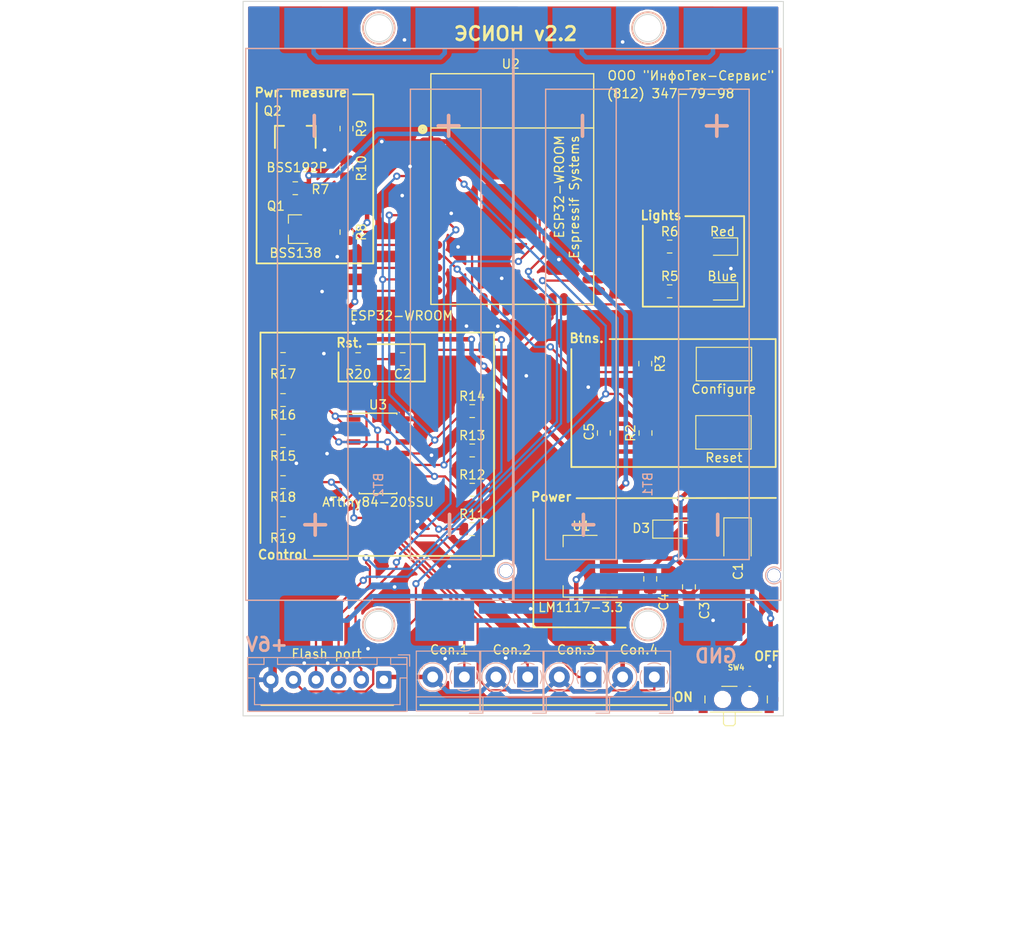
<source format=kicad_pcb>
(kicad_pcb (version 20171130) (host pcbnew 5.0.2-bee76a0~70~ubuntu18.04.1)
  (layers (0 F.Cu signal) (31 B.Cu signal) (34 B.Paste user) (35 F.Paste user) (36 B.SilkS user) (37 F.SilkS user) (38 B.Mask user) (39 F.Mask user) (44 Edge.Cuts user))
  (net 0 "")
  (net 1 +6V)
  (net 2 "Net-(BT1-Pad2)")
  (net 3 GNDREF)
  (net 4 "Net-(C2-Pad1)")
  (net 5 +3V3)
  (net 6 "Net-(D1-Pad2)")
  (net 7 "Net-(D2-Pad2)")
  (net 8 "Net-(D3-Pad2)")
  (net 9 "Net-(J2-Pad2)")
  (net 10 "Net-(J2-Pad3)")
  (net 11 "Net-(J2-Pad4)")
  (net 12 "Net-(J2-Pad5)")
  (net 13 "Net-(J5-Pad1)")
  (net 14 "Net-(J6-Pad1)")
  (net 15 "Net-(J7-Pad1)")
  (net 16 "Net-(J8-Pad1)")
  (net 17 "Net-(Q1-Pad1)")
  (net 18 "Net-(Q1-Pad3)")
  (net 19 "Net-(Q2-Pad2)")
  (net 20 "Net-(R3-Pad2)")
  (net 21 "Net-(R5-Pad2)")
  (net 22 "Net-(R6-Pad1)")
  (net 23 IO25)
  (net 24 IO27)
  (net 25 "Net-(R11-Pad1)")
  (net 26 "Net-(R12-Pad1)")
  (net 27 "Net-(R13-Pad1)")
  (net 28 "Net-(R14-Pad1)")
  (net 29 "Net-(R19-Pad1)")
  (net 30 "Net-(SW4-Pad3)")
  (net 31 "Net-(U2-Pad37)")
  (net 32 "Net-(U2-Pad36)")
  (net 33 "Net-(U2-Pad33)")
  (net 34 "Net-(U2-Pad32)")
  (net 35 "Net-(U2-Pad31)")
  (net 36 "Net-(U2-Pad30)")
  (net 37 "Net-(U2-Pad29)")
  (net 38 "Net-(U2-Pad28)")
  (net 39 "Net-(U2-Pad27)")
  (net 40 "Net-(U2-Pad21)")
  (net 41 "Net-(U2-Pad20)")
  (net 42 "Net-(U2-Pad19)")
  (net 43 "Net-(U2-Pad18)")
  (net 44 "Net-(U2-Pad17)")
  (net 45 "Net-(U2-Pad9)")
  (net 46 "Net-(U2-Pad8)")
  (net 47 "Net-(U3-Pad12)")
  (net 48 "Net-(U3-Pad13)")
  (net 49 "Net-(U2-Pad22)")
  (net 50 M1)
  (module Battery:BattaryHolder-blm-smt-2aa (layer B.Cu) (at 112.136986 66.861036 90)
    (fp_text reference BT2 (at -17.748964 -0.076986 90) (layer B.SilkS) (effects (justify mirror)))
    (fp_text value Battery hide)
    (fp_text user + (at -22.15 -7.3 90) (layer B.SilkS) (effects (font (size 3 3) (thickness 0.4)) (justify mirror)))
    (fp_text user - (at 21.95 -7.4 90) (layer B.SilkS) (effects (font (size 3 3) (thickness 0.4)) (justify mirror)))
    (fp_text user - (at -22.15 7.55 90) (layer B.SilkS) (effects (font (size 3 3) (thickness 0.4)) (justify mirror)))
    (fp_text user + (at 21.95 7.45 90) (layer B.SilkS) (effects (font (size 3 3) (thickness 0.4)) (justify mirror)))
    (pad "" np_thru_hole circle (at -27.25 14 90) (size 1.5 1.5) (drill 1.4) (layers *.Cu *.Mask))
    (pad 4 smd rect (at 32.75 -7.25 90) (size 4.5 6.5) (layers B.Cu B.Paste B.Mask) (net 2 "Net-(BT1-Pad2)"))
    (pad 3 smd rect (at -32.75 -7.25 90) (size 4.5 6.5) (layers B.Cu B.Paste B.Mask) (net 1 +6V))
    (pad 2 smd rect (at 32.75 7.25 90) (size 4.5 6.5) (layers B.Cu B.Paste B.Mask) (net 2 "Net-(BT1-Pad2)"))
    (pad 1 smd rect (at -32.75 7.25 90) (size 4.5 6.5) (layers B.Cu B.Paste B.Mask) (net 2 "Net-(BT1-Pad2)"))
  )
  (module SOT89R_INFINEON_bss192:SOT89R_INFINEON (layer F.Cu) (at 102.86 46.21)
    (fp_text reference Q2 (at -2.51 -2.94 180) (layer F.SilkS))
    (fp_text value BSS192P (at 0.2 3.31 180) (layer F.SilkS))
    (pad 4 smd rect (at 0 -1.3603) (size 2 2.5) (layers F.Cu F.Paste F.Mask))
    (pad 3 smd rect (at 1.5 1.6) (size 0.8 1.2) (layers F.Cu F.Paste F.Mask) (net 50 M1))
    (pad 2 smd rect (at 0 1.05) (size 0.8 2.3) (layers F.Cu F.Paste F.Mask) (net 19 "Net-(Q2-Pad2)"))
    (pad 1 smd rect (at -1.5 1.6) (size 0.8 1.2) (layers F.Cu F.Paste F.Mask) (net 18 "Net-(Q1-Pad3)"))
  )
  (module Battery:BattaryHolder-blm-smt-2aa (layer B.Cu) (at 141.786986 66.861036 90)
    (fp_text reference BT1 (at -17.678964 0.043014 90) (layer B.SilkS) (effects (justify mirror)))
    (fp_text value Battery hide)
    (fp_text user + (at 21.95 7.45 90) (layer B.SilkS) (effects (font (size 3 3) (thickness 0.4)) (justify mirror)))
    (fp_text user - (at -22.15 7.55 90) (layer B.SilkS) (effects (font (size 3 3) (thickness 0.4)) (justify mirror)))
    (fp_text user - (at 21.95 -7.4 90) (layer B.SilkS) (effects (font (size 3 3) (thickness 0.4)) (justify mirror)))
    (fp_text user + (at -22.15 -7.3 90) (layer B.SilkS) (effects (font (size 3 3) (thickness 0.4)) (justify mirror)))
    (pad 1 smd rect (at -32.75 7.25 90) (size 4.5 6.5) (layers B.Cu B.Paste B.Mask) (net 3 GNDREF))
    (pad 2 smd rect (at 32.75 7.25 90) (size 4.5 6.5) (layers B.Cu B.Paste B.Mask) (net 2 "Net-(BT1-Pad2)"))
    (pad 3 smd rect (at -32.75 -7.25 90) (size 4.5 6.5) (layers B.Cu B.Paste B.Mask) (net 2 "Net-(BT1-Pad2)"))
    (pad 4 smd rect (at 32.75 -7.25 90) (size 4.5 6.5) (layers B.Cu B.Paste B.Mask) (net 2 "Net-(BT1-Pad2)"))
    (pad "" np_thru_hole circle (at -27.75 14 90) (size 1.5 1.5) (drill 1.4) (layers *.Cu *.Mask))
  )
  (module Capacitor_Tantalum_SMD:CP_EIA-3528-21_Kemet-B (layer F.Cu) (at 151.75 90.71 270)
    (fp_text reference C1 (at 3.45 -0.07 270) (layer F.SilkS))
    (fp_text value 10uF/10V)
    (pad 1 smd roundrect (at -1.5375 0 270) (size 1.325 2.35) (layers F.Cu F.Paste F.Mask) (roundrect_rratio 0.188679) (net 50 M1))
    (pad 2 smd roundrect (at 1.5375 0 270) (size 1.325 2.35) (layers F.Cu F.Paste F.Mask) (roundrect_rratio 0.188679) (net 3 GNDREF))
  )
  (module Capacitor_SMD:C_0805_2012Metric_Pad1.15x1.40mm_HandSolder (layer F.Cu) (at 114.735001 70.705001)
    (fp_text reference C2 (at 0 1.654999) (layer F.SilkS))
    (fp_text value 0.1uF)
    (pad 1 smd roundrect (at -1.025 0) (size 1.15 1.4) (layers F.Cu F.Paste F.Mask) (roundrect_rratio 0.217391) (net 4 "Net-(C2-Pad1)"))
    (pad 2 smd roundrect (at 1.025 0) (size 1.15 1.4) (layers F.Cu F.Paste F.Mask) (roundrect_rratio 0.217391) (net 3 GNDREF))
  )
  (module Capacitor_SMD:C_0805_2012Metric_Pad1.15x1.40mm_HandSolder (layer F.Cu) (at 146.38109 95.899255 90)
    (fp_text reference C3 (at -2.600745 1.71891 90) (layer F.SilkS))
    (fp_text value 0.1uF)
    (pad 2 smd roundrect (at 1.025 0 90) (size 1.15 1.4) (layers F.Cu F.Paste F.Mask) (roundrect_rratio 0.217391) (net 5 +3V3))
    (pad 1 smd roundrect (at -1.025 0 90) (size 1.15 1.4) (layers F.Cu F.Paste F.Mask) (roundrect_rratio 0.217391) (net 3 GNDREF))
  )
  (module Capacitor_SMD:C_0805_2012Metric_Pad1.15x1.40mm_HandSolder (layer F.Cu) (at 142.1 95 270)
    (fp_text reference C4 (at 2.55 -1.5 270) (layer F.SilkS))
    (fp_text value 10uF)
    (pad 2 smd roundrect (at 1.025 0 270) (size 1.15 1.4) (layers F.Cu F.Paste F.Mask) (roundrect_rratio 0.217391) (net 3 GNDREF))
    (pad 1 smd roundrect (at -1.025 0 270) (size 1.15 1.4) (layers F.Cu F.Paste F.Mask) (roundrect_rratio 0.217391) (net 5 +3V3))
  )
  (module Capacitor_SMD:C_0805_2012Metric_Pad1.15x1.40mm_HandSolder (layer F.Cu) (at 136.977711 78.870476 270)
    (fp_text reference C5 (at -0.140476 1.637711 270) (layer F.SilkS))
    (fp_text value 0.1uF)
    (pad 1 smd roundrect (at -1.025 0 270) (size 1.15 1.4) (layers F.Cu F.Paste F.Mask) (roundrect_rratio 0.217391) (net 5 +3V3))
    (pad 2 smd roundrect (at 1.025 0 270) (size 1.15 1.4) (layers F.Cu F.Paste F.Mask) (roundrect_rratio 0.217391) (net 3 GNDREF))
  )
  (module LED_SMD:LED_0805_2012Metric (layer F.Cu) (at 150.08 63.209156 180)
    (fp_text reference Blue (at 0.01 1.669156 180) (layer F.SilkS))
    (fp_text value Blue)
    (pad 1 smd roundrect (at -0.9375 0 180) (size 0.975 1.4) (layers F.Cu F.Paste F.Mask) (net 3 GNDREF))
    (pad 2 smd roundrect (at 0.9375 0 180) (size 0.975 1.4) (layers F.Cu F.Paste F.Mask) (net 6 "Net-(D1-Pad2)"))
  )
  (module LED_SMD:LED_0805_2012Metric (layer F.Cu) (at 150.08 58.259843 180)
    (fp_text reference Red (at -0.01 1.659843 180) (layer F.SilkS))
    (fp_text value Red)
    (pad 2 smd roundrect (at 0.9375 0 180) (size 0.975 1.4) (layers F.Cu F.Paste F.Mask) (net 7 "Net-(D2-Pad2)"))
    (pad 1 smd roundrect (at -0.9375 0 180) (size 0.975 1.4) (layers F.Cu F.Paste F.Mask) (net 3 GNDREF))
  )
  (module Diode_SMD:D_SOD-123 (layer F.Cu) (at 144.63109 89.499255)
    (fp_text reference D3 (at -3.53109 -0.099255) (layer F.SilkS))
    (fp_text value MBR120)
    (pad 1 smd rect (at -1.65 0) (size 0.9 1.2) (layers F.Cu F.Paste F.Mask) (net 50 M1))
    (pad 2 smd rect (at 1.65 0) (size 0.9 1.2) (layers F.Cu F.Paste F.Mask) (net 8 "Net-(D3-Pad2)"))
  )
  (module Connector_JST:JST_XH_B06B-XH-A_1x06_P2.50mm_Vertical (layer B.Cu) (at 112.65 106.15 180)
    (fp_text reference "Flash port" (at 6.33 2.86 180) (layer F.SilkS))
    (fp_text value "ESP Flash" hide)
    (pad 1 thru_hole roundrect (at 0 0 180) (size 1.7 1.95) (drill 0.95) (layers *.Cu *.Mask) (roundrect_rratio 0.147059) (net 5 +3V3))
    (pad 2 thru_hole oval (at 2.5 0 180) (size 1.7 1.95) (drill 0.95) (layers *.Cu *.Mask) (net 9 "Net-(J2-Pad2)"))
    (pad 3 thru_hole oval (at 5 0 180) (size 1.7 1.95) (drill 0.95) (layers *.Cu *.Mask) (net 10 "Net-(J2-Pad3)"))
    (pad 4 thru_hole oval (at 7.5 0 180) (size 1.7 1.95) (drill 0.95) (layers *.Cu *.Mask) (net 11 "Net-(J2-Pad4)"))
    (pad 5 thru_hole oval (at 10 0 180) (size 1.7 1.95) (drill 0.95) (layers *.Cu *.Mask) (net 12 "Net-(J2-Pad5)"))
    (pad 6 thru_hole oval (at 12.5 0 180) (size 1.7 1.95) (drill 0.95) (layers *.Cu *.Mask) (net 3 GNDREF))
  )
  (module TerminalBlock_MetzConnect:TerminalBlock_MetzConnect_Type059_RT06302HBWC_1x02_P3.50mm_Horizontal (layer B.Cu) (at 121.549003 105.843357 180)
    (fp_text reference Con.1 (at 1.669003 3.003357 180) (layer F.SilkS))
    (fp_text value "Connector 1" hide)
    (pad 1 thru_hole rect (at 0 0 180) (size 2.3 2.3) (drill 1.2) (layers *.Cu *.Mask) (net 13 "Net-(J5-Pad1)"))
    (pad 2 thru_hole circle (at 3.5 0 180) (size 2.3 2.3) (drill 1.2) (layers *.Cu *.Mask) (net 5 +3V3))
  )
  (module TerminalBlock_MetzConnect:TerminalBlock_MetzConnect_Type059_RT06302HBWC_1x02_P3.50mm_Horizontal (layer B.Cu) (at 128.549335 105.843357 180)
    (fp_text reference Con.2 (at 1.739335 3.003357 180) (layer F.SilkS))
    (fp_text value "Connector 2" hide)
    (pad 2 thru_hole circle (at 3.5 0 180) (size 2.3 2.3) (drill 1.2) (layers *.Cu *.Mask) (net 5 +3V3))
    (pad 1 thru_hole rect (at 0 0 180) (size 2.3 2.3) (drill 1.2) (layers *.Cu *.Mask) (net 14 "Net-(J6-Pad1)"))
  )
  (module TerminalBlock_MetzConnect:TerminalBlock_MetzConnect_Type059_RT06302HBWC_1x02_P3.50mm_Horizontal (layer B.Cu) (at 135.549667 105.843357 180)
    (fp_text reference Con.3 (at 1.639667 3.003357 180) (layer F.SilkS))
    (fp_text value "Connector 3" hide)
    (pad 1 thru_hole rect (at 0 0 180) (size 2.3 2.3) (drill 1.2) (layers *.Cu *.Mask) (net 15 "Net-(J7-Pad1)"))
    (pad 2 thru_hole circle (at 3.5 0 180) (size 2.3 2.3) (drill 1.2) (layers *.Cu *.Mask) (net 5 +3V3))
  )
  (module TerminalBlock_MetzConnect:TerminalBlock_MetzConnect_Type059_RT06302HBWC_1x02_P3.50mm_Horizontal (layer B.Cu) (at 142.549999 105.843357 180)
    (fp_text reference Con.4 (at 1.689999 3.003357 180) (layer F.SilkS))
    (fp_text value "Connector 4" hide)
    (pad 2 thru_hole circle (at 3.5 0 180) (size 2.3 2.3) (drill 1.2) (layers *.Cu *.Mask) (net 5 +3V3))
    (pad 1 thru_hole rect (at 0 0 180) (size 2.3 2.3) (drill 1.2) (layers *.Cu *.Mask) (net 16 "Net-(J8-Pad1)"))
  )
  (module Package_TO_SOT_SMD:SOT-23 (layer F.Cu) (at 102.86 56.33 180)
    (fp_text reference Q1 (at 2.15 2.55 180) (layer F.SilkS))
    (fp_text value BSS138 (at -0.03 -2.64 180) (layer F.SilkS))
    (pad 1 smd rect (at -1 -0.95 180) (size 0.9 0.8) (layers F.Cu F.Paste F.Mask) (net 17 "Net-(Q1-Pad1)"))
    (pad 2 smd rect (at -1 0.95 180) (size 0.9 0.8) (layers F.Cu F.Paste F.Mask) (net 3 GNDREF))
    (pad 3 smd rect (at 1 0 180) (size 0.9 0.8) (layers F.Cu F.Paste F.Mask) (net 18 "Net-(Q1-Pad3)"))
  )
  (module Resistor_SMD:R_0805_2012Metric (layer F.Cu) (at 141.577711 78.870476 90)
    (fp_text reference R2 (at 0 -1.65 90) (layer F.SilkS))
    (fp_text value 10K)
    (pad 1 smd roundrect (at -0.9375 0 90) (size 0.975 1.4) (layers F.Cu F.Paste F.Mask) (net 5 +3V3))
    (pad 2 smd roundrect (at 0.9375 0 90) (size 0.975 1.4) (layers F.Cu F.Paste F.Mask) (net 12 "Net-(J2-Pad5)"))
  )
  (module Resistor_SMD:R_0805_2012Metric (layer F.Cu) (at 141.55 71.2 270)
    (fp_text reference R3 (at 0 -1.65 270) (layer F.SilkS))
    (fp_text value 10K)
    (pad 2 smd roundrect (at 0.9375 0 270) (size 0.975 1.4) (layers F.Cu F.Paste F.Mask) (net 20 "Net-(R3-Pad2)"))
    (pad 1 smd roundrect (at -0.9375 0 270) (size 0.975 1.4) (layers F.Cu F.Paste F.Mask) (net 3 GNDREF))
  )
  (module Resistor_SMD:R_0805_2012Metric (layer F.Cu) (at 144.247898 63.209156 180)
    (fp_text reference R5 (at -0.012102 1.669156 180) (layer F.SilkS))
    (fp_text value 220)
    (pad 1 smd roundrect (at -0.9375 0 180) (size 0.975 1.4) (layers F.Cu F.Paste F.Mask) (net 6 "Net-(D1-Pad2)"))
    (pad 2 smd roundrect (at 0.9375 0 180) (size 0.975 1.4) (layers F.Cu F.Paste F.Mask) (net 21 "Net-(R5-Pad2)"))
  )
  (module Resistor_SMD:R_0805_2012Metric (layer F.Cu) (at 144.247898 58.259843)
    (fp_text reference R6 (at 0 -1.65) (layer F.SilkS))
    (fp_text value 220)
    (pad 2 smd roundrect (at 0.9375 0) (size 0.975 1.4) (layers F.Cu F.Paste F.Mask) (net 7 "Net-(D2-Pad2)"))
    (pad 1 smd roundrect (at -0.9375 0) (size 0.975 1.4) (layers F.Cu F.Paste F.Mask) (net 22 "Net-(R6-Pad1)"))
  )
  (module Resistor_SMD:R_0805_2012Metric (layer F.Cu) (at 102.86 51.81 180)
    (fp_text reference R7 (at -2.76 -0.13 180) (layer F.SilkS))
    (fp_text value 20K)
    (pad 2 smd roundrect (at 0.9375 0 180) (size 0.975 1.4) (layers F.Cu F.Paste F.Mask) (net 18 "Net-(Q1-Pad3)"))
    (pad 1 smd roundrect (at -0.9375 0 180) (size 0.975 1.4) (layers F.Cu F.Paste F.Mask) (net 50 M1))
  )
  (module Resistor_SMD:R_0805_2012Metric (layer F.Cu) (at 108.52 56.66 270)
    (fp_text reference R8 (at 0 -1.65 270) (layer F.SilkS))
    (fp_text value 100)
    (pad 1 smd roundrect (at -0.9375 0 270) (size 0.975 1.4) (layers F.Cu F.Paste F.Mask) (net 23 IO25))
    (pad 2 smd roundrect (at 0.9375 0 270) (size 0.975 1.4) (layers F.Cu F.Paste F.Mask) (net 17 "Net-(Q1-Pad1)"))
  )
  (module Resistor_SMD:R_0805_2012Metric (layer F.Cu) (at 108.52 45.212481 270)
    (fp_text reference R9 (at 0 -1.65 270) (layer F.SilkS))
    (fp_text value 20K)
    (pad 2 smd roundrect (at 0.9375 0 270) (size 0.975 1.4) (layers F.Cu F.Paste F.Mask) (net 24 IO27))
    (pad 1 smd roundrect (at -0.9375 0 270) (size 0.975 1.4) (layers F.Cu F.Paste F.Mask) (net 19 "Net-(Q2-Pad2)"))
  )
  (module Resistor_SMD:R_0805_2012Metric (layer F.Cu) (at 108.52 49.60998 270)
    (fp_text reference R10 (at 0 -1.65 270) (layer F.SilkS))
    (fp_text value 20K)
    (pad 1 smd roundrect (at -0.9375 0 270) (size 0.975 1.4) (layers F.Cu F.Paste F.Mask) (net 24 IO27))
    (pad 2 smd roundrect (at 0.9375 0 270) (size 0.975 1.4) (layers F.Cu F.Paste F.Mask) (net 3 GNDREF))
  )
  (module Resistor_SMD:R_0805_2012Metric (layer F.Cu) (at 122.42 89.5)
    (fp_text reference R11 (at 0 -1.65) (layer F.SilkS))
    (fp_text value 10K)
    (pad 1 smd roundrect (at -0.9375 0) (size 0.975 1.4) (layers F.Cu F.Paste F.Mask) (net 25 "Net-(R11-Pad1)"))
    (pad 2 smd roundrect (at 0.9375 0) (size 0.975 1.4) (layers F.Cu F.Paste F.Mask) (net 3 GNDREF))
  )
  (module Resistor_SMD:R_0805_2012Metric (layer F.Cu) (at 122.42 85.15)
    (fp_text reference R12 (at 0 -1.65) (layer F.SilkS))
    (fp_text value 10K)
    (pad 2 smd roundrect (at 0.9375 0) (size 0.975 1.4) (layers F.Cu F.Paste F.Mask) (net 3 GNDREF))
    (pad 1 smd roundrect (at -0.9375 0) (size 0.975 1.4) (layers F.Cu F.Paste F.Mask) (net 26 "Net-(R12-Pad1)"))
  )
  (module Resistor_SMD:R_0805_2012Metric (layer F.Cu) (at 122.42 80.8)
    (fp_text reference R13 (at 0 -1.65) (layer F.SilkS))
    (fp_text value 10K)
    (pad 2 smd roundrect (at 0.9375 0) (size 0.975 1.4) (layers F.Cu F.Paste F.Mask) (net 3 GNDREF))
    (pad 1 smd roundrect (at -0.9375 0) (size 0.975 1.4) (layers F.Cu F.Paste F.Mask) (net 27 "Net-(R13-Pad1)"))
  )
  (module Resistor_SMD:R_0805_2012Metric (layer F.Cu) (at 122.42 76.45)
    (fp_text reference R14 (at 0 -1.65) (layer F.SilkS))
    (fp_text value 10K)
    (pad 1 smd roundrect (at -0.9375 0) (size 0.975 1.4) (layers F.Cu F.Paste F.Mask) (net 28 "Net-(R14-Pad1)"))
    (pad 2 smd roundrect (at 0.9375 0) (size 0.975 1.4) (layers F.Cu F.Paste F.Mask) (net 3 GNDREF))
  )
  (module Resistor_SMD:R_0805_2012Metric (layer F.Cu) (at 101.5075 79.765 180)
    (fp_text reference R15 (at 0 -1.65 180) (layer F.SilkS))
    (fp_text value 10K)
    (pad 1 smd roundrect (at -0.9375 0 180) (size 0.975 1.4) (layers F.Cu F.Paste F.Mask) (net 16 "Net-(J8-Pad1)"))
    (pad 2 smd roundrect (at 0.9375 0 180) (size 0.975 1.4) (layers F.Cu F.Paste F.Mask) (net 3 GNDREF))
  )
  (module Resistor_SMD:R_0805_2012Metric (layer F.Cu) (at 101.5075 75.2275 180)
    (fp_text reference R16 (at 0 -1.65 180) (layer F.SilkS))
    (fp_text value 10K)
    (pad 2 smd roundrect (at 0.9375 0 180) (size 0.975 1.4) (layers F.Cu F.Paste F.Mask) (net 3 GNDREF))
    (pad 1 smd roundrect (at -0.9375 0 180) (size 0.975 1.4) (layers F.Cu F.Paste F.Mask) (net 15 "Net-(J7-Pad1)"))
  )
  (module Resistor_SMD:R_0805_2012Metric (layer F.Cu) (at 101.5075 70.69 180)
    (fp_text reference R17 (at 0 -1.65 180) (layer F.SilkS))
    (fp_text value 10K)
    (pad 2 smd roundrect (at 0.9375 0 180) (size 0.975 1.4) (layers F.Cu F.Paste F.Mask) (net 3 GNDREF))
    (pad 1 smd roundrect (at -0.9375 0 180) (size 0.975 1.4) (layers F.Cu F.Paste F.Mask) (net 14 "Net-(J6-Pad1)"))
  )
  (module Resistor_SMD:R_0805_2012Metric (layer F.Cu) (at 101.5075 84.3025 180)
    (fp_text reference R18 (at 0 -1.65 180) (layer F.SilkS))
    (fp_text value 10K)
    (pad 1 smd roundrect (at -0.9375 0 180) (size 0.975 1.4) (layers F.Cu F.Paste F.Mask) (net 13 "Net-(J5-Pad1)"))
    (pad 2 smd roundrect (at 0.9375 0 180) (size 0.975 1.4) (layers F.Cu F.Paste F.Mask) (net 3 GNDREF))
  )
  (module Resistor_SMD:R_0805_2012Metric (layer F.Cu) (at 101.5075 88.84 180)
    (fp_text reference R19 (at 0 -1.65 180) (layer F.SilkS))
    (fp_text value 10K)
    (pad 2 smd roundrect (at 0.9375 0 180) (size 0.975 1.4) (layers F.Cu F.Paste F.Mask) (net 3 GNDREF))
    (pad 1 smd roundrect (at -0.9375 0 180) (size 0.975 1.4) (layers F.Cu F.Paste F.Mask) (net 29 "Net-(R19-Pad1)"))
  )
  (module Resistor_SMD:R_0805_2012Metric (layer F.Cu) (at 109.7975 70.705001)
    (fp_text reference R20 (at 0.0225 1.654999) (layer F.SilkS))
    (fp_text value 220)
    (pad 1 smd roundrect (at -0.9375 0) (size 0.975 1.4) (layers F.Cu F.Paste F.Mask) (net 5 +3V3))
    (pad 2 smd roundrect (at 0.9375 0) (size 0.975 1.4) (layers F.Cu F.Paste F.Mask) (net 4 "Net-(C2-Pad1)"))
  )
  (module Button_Switch_SMD:SW_SPST_CK_RS282G05A3 (layer F.Cu) (at 150.2 78.8 180)
    (fp_text reference Reset (at -0.04 -2.8 180) (layer F.SilkS))
    (fp_text value Reset)
    (pad 2 smd rect (at 3.9 0 180) (size 1.5 1.5) (layers F.Cu F.Paste F.Mask) (net 12 "Net-(J2-Pad5)"))
    (pad 1 smd rect (at -3.9 0 180) (size 1.5 1.5) (layers F.Cu F.Paste F.Mask) (net 3 GNDREF))
  )
  (module Button_Switch_SMD:SW_SPST_CK_RS282G05A3 (layer F.Cu) (at 150.25 71.25 180)
    (fp_text reference Configure (at 0.01 -2.76 180) (layer F.SilkS))
    (fp_text value Configure)
    (pad 1 smd rect (at -3.9 0 180) (size 1.5 1.5) (layers F.Cu F.Paste F.Mask) (net 5 +3V3))
    (pad 2 smd rect (at 3.9 0 180) (size 1.5 1.5) (layers F.Cu F.Paste F.Mask) (net 20 "Net-(R3-Pad2)"))
  )
  (module Button_Switch_SMD:SW_SPDT_PCM12 (layer F.Cu) (at 151.6 108)
    (fp_text reference SW4 (at 0 -3.2) (layer F.SilkS) (effects (font (size 0.6 0.6) (thickness 0.13))))
    (fp_text value POWER hide)
    (pad "" np_thru_hole circle (at -1.5 0.33) (size 0.9 0.9) (drill 0.9) (layers *.Cu *.Mask))
    (pad "" np_thru_hole circle (at 1.5 0.33) (size 0.9 0.9) (drill 0.9) (layers *.Cu *.Mask))
    (pad 1 smd rect (at -2.25 -1.43) (size 0.7 1.5) (layers F.Cu F.Paste F.Mask) (net 8 "Net-(D3-Pad2)"))
    (pad 2 smd rect (at 0.75 -1.43) (size 0.7 1.5) (layers F.Cu F.Paste F.Mask) (net 1 +6V))
    (pad 3 smd rect (at 2.25 -1.43) (size 0.7 1.5) (layers F.Cu F.Paste F.Mask) (net 30 "Net-(SW4-Pad3)"))
    (pad "" smd rect (at -3.65 1.43) (size 1 0.8) (layers F.Cu F.Paste F.Mask))
    (pad "" smd rect (at 3.65 1.43) (size 1 0.8) (layers F.Cu F.Paste F.Mask))
    (pad "" smd rect (at 3.65 -0.78) (size 1 0.8) (layers F.Cu F.Paste F.Mask))
    (pad "" smd rect (at -3.65 -0.78) (size 1 0.8) (layers F.Cu F.Paste F.Mask))
  )
  (module Package_TO_SOT_SMD:SOT-223 (layer F.Cu) (at 134.38109 93.599255 180)
    (fp_text reference U1 (at -0.10891 4.439255 180) (layer F.SilkS))
    (fp_text value LM1117-3.3 (at -0.02891 -4.550745 180) (layer F.SilkS))
    (pad 4 smd rect (at 3.15 0 180) (size 2 3.8) (layers F.Cu F.Paste F.Mask))
    (pad 2 smd rect (at -3.15 0 180) (size 2 1.5) (layers F.Cu F.Paste F.Mask) (net 5 +3V3))
    (pad 3 smd rect (at -3.15 2.3 180) (size 2 1.5) (layers F.Cu F.Paste F.Mask) (net 50 M1))
    (pad 1 smd rect (at -3.15 -2.3 180) (size 2 1.5) (layers F.Cu F.Paste F.Mask) (net 3 GNDREF))
  )
  (module ESP32-footprints-Lib:ESP32-WROOM (layer F.Cu) (at 126.85 51.9 180)
    (fp_text reference U2 (at 0.17 13.83 180) (layer F.SilkS))
    (fp_text value ESP32-WROOM (at 12.25 -14.01 180) (layer F.SilkS))
    (fp_text user "Espressif Systems" (at -6.858 -0.889 270) (layer F.SilkS))
    (fp_text user ESP32-WROOM (at -5.207 0.254 270) (layer F.SilkS))
    (pad 38 smd oval (at -9 5.25 180) (size 2.5 0.9) (layers F.Cu F.Paste F.Mask) (net 3 GNDREF))
    (pad 37 smd oval (at -9 3.98 180) (size 2.5 0.9) (layers F.Cu F.Paste F.Mask) (net 31 "Net-(U2-Pad37)"))
    (pad 36 smd oval (at -9 2.71 180) (size 2.5 0.9) (layers F.Cu F.Paste F.Mask) (net 32 "Net-(U2-Pad36)"))
    (pad 35 smd oval (at -9 1.44 180) (size 2.5 0.9) (layers F.Cu F.Paste F.Mask) (net 9 "Net-(J2-Pad2)"))
    (pad 34 smd oval (at -9 0.17 180) (size 2.5 0.9) (layers F.Cu F.Paste F.Mask) (net 10 "Net-(J2-Pad3)"))
    (pad 33 smd oval (at -9 -1.1 180) (size 2.5 0.9) (layers F.Cu F.Paste F.Mask) (net 33 "Net-(U2-Pad33)"))
    (pad 32 smd oval (at -9 -2.37 180) (size 2.5 0.9) (layers F.Cu F.Paste F.Mask) (net 34 "Net-(U2-Pad32)"))
    (pad 31 smd oval (at -9 -3.64 180) (size 2.5 0.9) (layers F.Cu F.Paste F.Mask) (net 35 "Net-(U2-Pad31)"))
    (pad 30 smd oval (at -9 -4.91 180) (size 2.5 0.9) (layers F.Cu F.Paste F.Mask) (net 36 "Net-(U2-Pad30)"))
    (pad 29 smd oval (at -9 -6.18 180) (size 2.5 0.9) (layers F.Cu F.Paste F.Mask) (net 37 "Net-(U2-Pad29)"))
    (pad 28 smd oval (at -9 -7.45 180) (size 2.5 0.9) (layers F.Cu F.Paste F.Mask) (net 38 "Net-(U2-Pad28)"))
    (pad 27 smd oval (at -9 -8.72 180) (size 2.5 0.9) (layers F.Cu F.Paste F.Mask) (net 39 "Net-(U2-Pad27)"))
    (pad 26 smd oval (at -9 -9.99 180) (size 2.5 0.9) (layers F.Cu F.Paste F.Mask) (net 22 "Net-(R6-Pad1)"))
    (pad 25 smd oval (at -9 -11.26 180) (size 2.5 0.9) (layers F.Cu F.Paste F.Mask) (net 11 "Net-(J2-Pad4)"))
    (pad 24 smd oval (at -5.715 -12.75 180) (size 0.9 2.5) (layers F.Cu F.Paste F.Mask) (net 21 "Net-(R5-Pad2)"))
    (pad 23 smd oval (at -4.445 -12.75 180) (size 0.9 2.5) (layers F.Cu F.Paste F.Mask) (net 4 "Net-(C2-Pad1)"))
    (pad 22 smd oval (at -3.175 -12.75 180) (size 0.9 2.5) (layers F.Cu F.Paste F.Mask) (net 49 "Net-(U2-Pad22)"))
    (pad 21 smd oval (at -1.905 -12.75 180) (size 0.9 2.5) (layers F.Cu F.Paste F.Mask) (net 40 "Net-(U2-Pad21)"))
    (pad 20 smd oval (at -0.635 -12.75 180) (size 0.9 2.5) (layers F.Cu F.Paste F.Mask) (net 41 "Net-(U2-Pad20)"))
    (pad 19 smd oval (at 0.635 -12.75 180) (size 0.9 2.5) (layers F.Cu F.Paste F.Mask) (net 42 "Net-(U2-Pad19)"))
    (pad 18 smd oval (at 1.905 -12.75 180) (size 0.9 2.5) (layers F.Cu F.Paste F.Mask) (net 43 "Net-(U2-Pad18)"))
    (pad 17 smd oval (at 3.175 -12.75 180) (size 0.9 2.5) (layers F.Cu F.Paste F.Mask) (net 44 "Net-(U2-Pad17)"))
    (pad 16 smd oval (at 4.445 -12.75 180) (size 0.9 2.5) (layers F.Cu F.Paste F.Mask) (net 25 "Net-(R11-Pad1)"))
    (pad 15 smd oval (at 5.715 -12.75 180) (size 0.9 2.5) (layers F.Cu F.Paste F.Mask) (net 3 GNDREF))
    (pad 14 smd oval (at 9 -11.26 180) (size 2.5 0.9) (layers F.Cu F.Paste F.Mask) (net 29 "Net-(R19-Pad1)"))
    (pad 13 smd oval (at 9 -9.99 180) (size 2.5 0.9) (layers F.Cu F.Paste F.Mask) (net 26 "Net-(R12-Pad1)"))
    (pad 12 smd oval (at 9 -8.72 180) (size 2.5 0.9) (layers F.Cu F.Paste F.Mask) (net 24 IO27))
    (pad 11 smd oval (at 9 -7.45 180) (size 2.5 0.9) (layers F.Cu F.Paste F.Mask) (net 20 "Net-(R3-Pad2)"))
    (pad 10 smd oval (at 9 -6.18 180) (size 2.5 0.9) (layers F.Cu F.Paste F.Mask) (net 23 IO25))
    (pad 9 smd oval (at 9 -4.91 180) (size 2.5 0.9) (layers F.Cu F.Paste F.Mask) (net 45 "Net-(U2-Pad9)"))
    (pad 8 smd oval (at 9 -3.64 180) (size 2.5 0.9) (layers F.Cu F.Paste F.Mask) (net 46 "Net-(U2-Pad8)"))
    (pad 7 smd oval (at 9 -2.37 180) (size 2.5 0.9) (layers F.Cu F.Paste F.Mask) (net 27 "Net-(R13-Pad1)"))
    (pad 6 smd oval (at 9 -1.1 180) (size 2.5 0.9) (layers F.Cu F.Paste F.Mask) (net 28 "Net-(R14-Pad1)"))
    (pad 5 smd oval (at 9 0.17 180) (size 2.5 0.9) (layers F.Cu F.Paste F.Mask) (net 25 "Net-(R11-Pad1)"))
    (pad 4 smd oval (at 9 1.44 180) (size 2.5 0.9) (layers F.Cu F.Paste F.Mask) (net 26 "Net-(R12-Pad1)"))
    (pad 3 smd oval (at 9 2.71 180) (size 2.5 0.9) (layers F.Cu F.Paste F.Mask) (net 12 "Net-(J2-Pad5)"))
    (pad 2 smd oval (at 9 3.98 180) (size 2.5 0.9) (layers F.Cu F.Paste F.Mask) (net 5 +3V3))
    (pad 1 smd oval (at 9 5.25 180) (size 2.5 0.9) (layers F.Cu F.Paste F.Mask) (net 3 GNDREF))
    (pad 39 smd rect (at 0.3 -2.45 180) (size 6 6) (layers F.Cu F.Paste F.Mask) (net 3 GNDREF))
  )
  (module Package_SO:SOIC-14_3.9x8.7mm_P1.27mm (layer F.Cu) (at 112.01 81.13)
    (fp_text reference U3 (at 0 -5.375) (layer F.SilkS))
    (fp_text value ATtiny84-20SSU (at 0 5.375) (layer F.SilkS))
    (pad 1 smd rect (at -2.7 -3.81) (size 1.5 0.6) (layers F.Cu F.Paste F.Mask) (net 5 +3V3))
    (pad 2 smd rect (at -2.7 -2.54) (size 1.5 0.6) (layers F.Cu F.Paste F.Mask) (net 14 "Net-(J6-Pad1)"))
    (pad 3 smd rect (at -2.7 -1.27) (size 1.5 0.6) (layers F.Cu F.Paste F.Mask) (net 15 "Net-(J7-Pad1)"))
    (pad 4 smd rect (at -2.7 0) (size 1.5 0.6) (layers F.Cu F.Paste F.Mask) (net 4 "Net-(C2-Pad1)"))
    (pad 5 smd rect (at -2.7 1.27) (size 1.5 0.6) (layers F.Cu F.Paste F.Mask) (net 16 "Net-(J8-Pad1)"))
    (pad 6 smd rect (at -2.7 2.54) (size 1.5 0.6) (layers F.Cu F.Paste F.Mask) (net 13 "Net-(J5-Pad1)"))
    (pad 7 smd rect (at -2.7 3.81) (size 1.5 0.6) (layers F.Cu F.Paste F.Mask) (net 29 "Net-(R19-Pad1)"))
    (pad 8 smd rect (at 2.7 3.81) (size 1.5 0.6) (layers F.Cu F.Paste F.Mask) (net 25 "Net-(R11-Pad1)"))
    (pad 9 smd rect (at 2.7 2.54) (size 1.5 0.6) (layers F.Cu F.Paste F.Mask) (net 26 "Net-(R12-Pad1)"))
    (pad 10 smd rect (at 2.7 1.27) (size 1.5 0.6) (layers F.Cu F.Paste F.Mask) (net 27 "Net-(R13-Pad1)"))
    (pad 11 smd rect (at 2.7 0) (size 1.5 0.6) (layers F.Cu F.Paste F.Mask) (net 28 "Net-(R14-Pad1)"))
    (pad 12 smd rect (at 2.7 -1.27) (size 1.5 0.6) (layers F.Cu F.Paste F.Mask) (net 47 "Net-(U3-Pad12)"))
    (pad 13 smd rect (at 2.7 -2.54) (size 1.5 0.6) (layers F.Cu F.Paste F.Mask) (net 48 "Net-(U3-Pad13)"))
    (pad 14 smd rect (at 2.7 -3.81) (size 1.5 0.6) (layers F.Cu F.Paste F.Mask) (net 3 GNDREF))
  )
  (gr_circle (center 112.075 100.075) (end 113.825 100.075) (layer B.SilkS) (width 0.2))
  (gr_circle (center 141.85 100.05) (end 143.6 100.05) (layer B.SilkS) (width 0.2))
  (gr_circle (center 141.85 34.1) (end 143.6 34.1) (layer B.SilkS) (width 0.2))
  (gr_circle (center 112.1 34.1) (end 113.85 34.1) (layer B.SilkS) (width 0.2))
  (gr_circle (center 112.1 34.1) (end 113.85 34.1) (layer F.SilkS) (width 0.2))
  (gr_circle (center 141.85 34.1) (end 143.6 34.1) (layer F.SilkS) (width 0.2))
  (gr_circle (center 112.075 100.075) (end 113.825 100.075) (layer F.SilkS) (width 0.2))
  (gr_circle (center 141.85 100.05) (end 143.6 100.05) (layer F.SilkS) (width 0.2))
  (gr_line (start 113.69 108.95) (end 99.1 108.95) (layer F.SilkS) (width 0.2))
  (gr_line (start 116.68 108.95) (end 143.94 108.95) (layer F.SilkS) (width 0.2))
  (gr_line (start 133.96 86.08) (end 155.99 86.05) (layer F.SilkS) (width 0.2))
  (gr_line (start 129.18 100.35) (end 139.38 100.38) (layer F.SilkS) (width 0.2))
  (gr_line (start 129.18 87.3) (end 129.18 100.35) (layer F.SilkS) (width 0.2))
  (gr_text Power (at 131.15 85.93) (layer F.SilkS) (effects (font (size 1 1) (thickness 0.2))))
  (gr_line (start 124.83 92.46) (end 104.91 92.46) (layer F.SilkS) (width 0.2))
  (gr_line (start 124.83 67.76) (end 124.83 92.46) (layer F.SilkS) (width 0.2))
  (gr_line (start 99.01 67.77) (end 124.83 67.76) (layer F.SilkS) (width 0.2))
  (gr_line (start 99.01 91.04) (end 99.01 67.77) (layer F.SilkS) (width 0.2))
  (gr_text Control (at 101.46 92.32) (layer F.SilkS) (effects (font (size 1 1) (thickness 0.2))))
  (gr_line (start 117.17 69.05) (end 110.87 69.05) (layer F.SilkS) (width 0.2))
  (gr_line (start 117.19 73.18) (end 117.17 69.05) (layer F.SilkS) (width 0.2))
  (gr_line (start 107.64 73.18) (end 117.19 73.18) (layer F.SilkS) (width 0.2))
  (gr_line (start 107.64 69.95) (end 107.64 73.18) (layer F.SilkS) (width 0.2))
  (gr_text Rst. (at 108.84 68.9) (layer F.SilkS) (effects (font (size 1 1) (thickness 0.2))))
  (gr_line (start 98.58 60.08) (end 98.6 42.4) (layer F.SilkS) (width 0.2))
  (gr_line (start 111.48 60.12) (end 98.58 60.12) (layer F.SilkS) (width 0.2))
  (gr_line (start 111.48 41.45) (end 111.48 60.12) (layer F.SilkS) (width 0.2))
  (gr_line (start 109.25 41.43) (end 111.45 41.43) (layer F.SilkS) (width 0.2))
  (gr_text "Pwr. measure" (at 103.47 41.23) (layer F.SilkS) (effects (font (size 1 1) (thickness 0.2))))
  (gr_line (start 133.38 82.63) (end 133.38 69.59) (layer F.SilkS) (width 0.2))
  (gr_line (start 155.97 82.63) (end 133.38 82.63) (layer F.SilkS) (width 0.2))
  (gr_line (start 155.97 68.49) (end 155.97 82.63) (layer F.SilkS) (width 0.2))
  (gr_line (start 137.61 68.49) (end 155.97 68.49) (layer F.SilkS) (width 0.2))
  (gr_text Btns. (at 135.07 68.39) (layer F.SilkS) (effects (font (size 1 1) (thickness 0.2))))
  (gr_line (start 141.28 64.9) (end 141.28 55.94) (layer F.SilkS) (width 0.2))
  (gr_line (start 152.48 64.9) (end 141.28 64.9) (layer F.SilkS) (width 0.2))
  (gr_line (start 152.48 54.9) (end 152.48 64.9) (layer F.SilkS) (width 0.2))
  (gr_line (start 145.98 54.9) (end 152.48 54.9) (layer F.SilkS) (width 0.2))
  (gr_text Lights (at 143.29 54.81) (layer F.SilkS) (effects (font (size 1 1) (thickness 0.2))))
  (gr_text "(812) 347-79-98" (at 144.35 41.35) (layer F.SilkS) (effects (font (size 1 1))))
  (gr_text "ООО \"ИнфоТек-Сервис\"" (at 146.59 39.37) (layer F.SilkS) (effects (font (size 1 1))))
  (gr_text GND (at 149.36 103.53) (layer B.SilkS) (effects (font (size 1.5 1.5) (thickness 0.3)) (justify mirror)))
  (gr_text +6V (at 99.72 102.25) (layer B.SilkS) (effects (font (size 1.5 1.5) (thickness 0.3)) (justify mirror)))
  (gr_text "ЭСИОН v2.2" (at 127.21 34.73) (layer F.SilkS) (effects (font (size 1.5 1.5) (thickness 0.3))))
  (gr_text OFF (at 155 103.55) (layer F.SilkS) (effects (font (size 1 1) (thickness 0.2))))
  (gr_text ON (at 145.76 108.07) (layer F.SilkS) (effects (font (size 1 1) (thickness 0.2))))
  (gr_circle (center 112.11 34.11) (end 113.61 34.13) (layer Edge.Cuts) (width 0.1))
  (gr_circle (center 141.84 34.1) (end 143.34 34.17) (layer Edge.Cuts) (width 0.1))
  (gr_circle (center 112.08 100.07) (end 113.58 99.95) (layer Edge.Cuts) (width 0.1))
  (gr_circle (center 141.86 100.05) (end 143.36 99.96) (layer Edge.Cuts) (width 0.1))
  (gr_line (start 97.09 110.15) (end 97.09 31.14) (layer Edge.Cuts) (width 0.1))
  (gr_line (start 156.82 110.14) (end 97.1 110.14) (layer Edge.Cuts) (width 0.1))
  (gr_line (start 156.82 31.16) (end 156.82 110.14) (layer Edge.Cuts) (width 0.1))
  (gr_line (start 97.11 31.15) (end 156.81 31.16) (layer Edge.Cuts) (width 0.1))
  (segment (start 152.35 105.32) (end 155.41 102.26) (width 0.5) (layer F.Cu) (net 1))
  (segment (start 152.35 106.57) (end 152.35 105.32) (width 0.5) (layer F.Cu) (net 1))
  (segment (start 155.41 102.26) (end 155.41 99.36) (width 0.5) (layer F.Cu) (net 1))
  (segment (start 155.41 99.36) (end 155.41 99.29) (width 0.5) (layer F.Cu) (net 1))
  (via (at 155.41 99.36) (size 0.8) (drill 0.4) (layers F.Cu B.Cu) (net 1))
  (segment (start 108.636986 99.611036) (end 104.886986 99.611036) (width 0.5) (layer B.Cu) (net 1))
  (segment (start 111.336987 96.911035) (end 108.636986 99.611036) (width 0.5) (layer B.Cu) (net 1))
  (segment (start 153.52672 96.911035) (end 111.336987 96.911035) (width 0.5) (layer B.Cu) (net 1))
  (segment (start 155.41 98.794315) (end 153.52672 96.911035) (width 0.5) (layer B.Cu) (net 1))
  (segment (start 155.41 99.36) (end 155.41 98.794315) (width 0.5) (layer B.Cu) (net 1))
  (segment (start 104.36 99.08405) (end 104.886986 99.611036) (width 0.5) (layer B.Cu) (net 1))
  (segment (start 130.786986 99.611036) (end 119.386986 99.611036) (width 0.5) (layer B.Cu) (net 2))
  (segment (start 134.536986 99.611036) (end 130.786986 99.611036) (width 0.5) (layer B.Cu) (net 2))
  (segment (start 149.036986 36.861036) (end 149.036986 34.111036) (width 0.5) (layer B.Cu) (net 2))
  (segment (start 135.02595 37.35) (end 148.548022 37.35) (width 0.5) (layer B.Cu) (net 2))
  (segment (start 134.536986 36.861036) (end 135.02595 37.35) (width 0.5) (layer B.Cu) (net 2))
  (segment (start 148.548022 37.35) (end 149.036986 36.861036) (width 0.5) (layer B.Cu) (net 2))
  (segment (start 134.536986 34.111036) (end 134.536986 36.861036) (width 0.5) (layer B.Cu) (net 2))
  (segment (start 119.386986 36.861036) (end 119.386986 34.111036) (width 0.5) (layer B.Cu) (net 2))
  (segment (start 118.898022 37.35) (end 119.386986 36.861036) (width 0.5) (layer B.Cu) (net 2))
  (segment (start 104.886986 36.861036) (end 105.37595 37.35) (width 0.5) (layer B.Cu) (net 2))
  (segment (start 105.37595 37.35) (end 118.898022 37.35) (width 0.5) (layer B.Cu) (net 2))
  (segment (start 104.886986 34.111036) (end 104.886986 36.861036) (width 0.5) (layer B.Cu) (net 2))
  (via (at 149.05 99.58) (size 0.8) (drill 0.4) (layers F.Cu B.Cu) (net 3))
  (segment (start 108.52 50.77) (end 108.52 50.54748) (width 0.5) (layer F.Cu) (net 3))
  (segment (start 103.91 55.38) (end 108.52 50.77) (width 0.5) (layer F.Cu) (net 3))
  (segment (start 103.86 55.38) (end 103.91 55.38) (width 0.5) (layer F.Cu) (net 3))
  (segment (start 112.41748 46.65) (end 112.41748 46.65) (width 0.5) (layer F.Cu) (net 3))
  (segment (start 108.52 50.54748) (end 112.41748 46.65) (width 0.5) (layer F.Cu) (net 3))
  (segment (start 151.0175 58.259843) (end 151.0175 60.69) (width 0.5) (layer F.Cu) (net 3))
  (segment (start 151.057845 92.2475) (end 151.75 92.2475) (width 0.5) (layer F.Cu) (net 3))
  (segment (start 146.38109 96.924255) (end 151.057845 92.2475) (width 0.5) (layer F.Cu) (net 3))
  (segment (start 149.036835 99.58) (end 146.38109 96.924255) (width 0.5) (layer F.Cu) (net 3))
  (segment (start 149.05 99.58) (end 149.036835 99.58) (width 0.5) (layer F.Cu) (net 3))
  (segment (start 114.71 71.755002) (end 114.71 77.32) (width 0.5) (layer F.Cu) (net 3))
  (segment (start 115.760001 70.705001) (end 114.71 71.755002) (width 0.5) (layer F.Cu) (net 3))
  (segment (start 100.57 70.69) (end 100.57 75.2275) (width 0.5) (layer F.Cu) (net 3))
  (segment (start 100.57 75.2275) (end 100.57 79.765) (width 0.5) (layer F.Cu) (net 3))
  (segment (start 100.57 79.765) (end 100.57 84.3025) (width 0.5) (layer F.Cu) (net 3))
  (segment (start 100.57 84.3025) (end 100.57 88.84) (width 0.5) (layer F.Cu) (net 3))
  (segment (start 123.3575 76.45) (end 123.3575 80.8) (width 0.5) (layer F.Cu) (net 3))
  (segment (start 123.3575 80.8) (end 123.3575 85.15) (width 0.5) (layer F.Cu) (net 3))
  (segment (start 123.3575 85.15) (end 123.3575 89.5) (width 0.5) (layer F.Cu) (net 3))
  (segment (start 123.945 89.5) (end 123.3575 89.5) (width 0.5) (layer F.Cu) (net 3))
  (segment (start 130.881835 89.5) (end 123.945 89.5) (width 0.5) (layer F.Cu) (net 3))
  (segment (start 137.28109 95.899255) (end 130.881835 89.5) (width 0.5) (layer F.Cu) (net 3))
  (segment (start 137.53109 95.899255) (end 137.28109 95.899255) (width 0.5) (layer F.Cu) (net 3))
  (segment (start 118.412501 70.705001) (end 116.435001 70.705001) (width 0.5) (layer F.Cu) (net 3))
  (segment (start 116.435001 70.705001) (end 115.760001 70.705001) (width 0.5) (layer F.Cu) (net 3))
  (segment (start 123.3575 75.65) (end 118.412501 70.705001) (width 0.5) (layer F.Cu) (net 3))
  (segment (start 123.3575 76.45) (end 123.3575 75.65) (width 0.5) (layer F.Cu) (net 3))
  (segment (start 100.57 105.73) (end 100.15 106.15) (width 0.5) (layer F.Cu) (net 3))
  (segment (start 100.57 88.84) (end 100.57 105.73) (width 0.5) (layer F.Cu) (net 3))
  (segment (start 151.0175 60.69) (end 151.0175 63.209156) (width 0.5) (layer F.Cu) (net 3))
  (via (at 151.0175 60.69) (size 0.8) (drill 0.4) (layers F.Cu B.Cu) (net 3))
  (segment (start 126.55 54.2) (end 126.55 54.35) (width 0.5) (layer F.Cu) (net 3))
  (segment (start 134.1 46.65) (end 126.55 54.2) (width 0.5) (layer F.Cu) (net 3))
  (segment (start 135.85 46.65) (end 134.1 46.65) (width 0.5) (layer F.Cu) (net 3))
  (segment (start 126.55 53.6) (end 126.55 54.35) (width 0.5) (layer F.Cu) (net 3))
  (segment (start 119.6 46.65) (end 126.55 53.6) (width 0.5) (layer F.Cu) (net 3))
  (segment (start 117.85 46.65) (end 119.6 46.65) (width 0.5) (layer F.Cu) (net 3))
  (segment (start 114.71 77.32) (end 114.71 76.52) (width 0.5) (layer F.Cu) (net 3))
  (segment (start 114.71 76.52) (end 111.64 73.45) (width 0.5) (layer F.Cu) (net 3))
  (segment (start 111.64 73.45) (end 111.64 73.45) (width 0.5) (layer F.Cu) (net 3))
  (via (at 111.64 73.45) (size 0.8) (drill 0.4) (layers F.Cu B.Cu) (net 3))
  (segment (start 100.57 69.89) (end 105.82 64.64) (width 0.5) (layer F.Cu) (net 3))
  (segment (start 100.57 70.69) (end 100.57 69.89) (width 0.5) (layer F.Cu) (net 3))
  (segment (start 105.82 64.64) (end 105.82 63.23) (width 0.5) (layer F.Cu) (net 3))
  (segment (start 105.82 63.23) (end 105.82 63.23) (width 0.5) (layer F.Cu) (net 3))
  (via (at 105.82 63.23) (size 0.8) (drill 0.4) (layers F.Cu B.Cu) (net 3))
  (segment (start 111.64 69.05) (end 109.31 66.72) (width 0.5) (layer B.Cu) (net 3))
  (segment (start 111.64 73.45) (end 111.64 69.05) (width 0.5) (layer B.Cu) (net 3))
  (segment (start 112.41748 46.65) (end 117.85 46.65) (width 0.5) (layer F.Cu) (net 3))
  (via (at 112.41748 46.65) (size 0.8) (drill 0.4) (layers F.Cu B.Cu) (net 3))
  (segment (start 105.82 53.24748) (end 112.41748 46.65) (width 0.5) (layer B.Cu) (net 3))
  (segment (start 105.82 63.23) (end 105.82 53.24748) (width 0.5) (layer B.Cu) (net 3))
  (segment (start 109.31 66.72) (end 105.82 63.23) (width 0.5) (layer B.Cu) (net 3))
  (via (at 109.31 66.72) (size 0.8) (drill 0.4) (layers F.Cu B.Cu) (net 3))
  (segment (start 111.38 64.65) (end 109.31 66.72) (width 0.5) (layer F.Cu) (net 3))
  (segment (start 121.135 64.65) (end 111.38 64.65) (width 0.5) (layer F.Cu) (net 3))
  (segment (start 137.656835 96.025) (end 137.53109 95.899255) (width 0.5) (layer F.Cu) (net 3))
  (segment (start 142.1 96.025) (end 137.656835 96.025) (width 0.5) (layer F.Cu) (net 3))
  (segment (start 145.481835 96.025) (end 146.38109 96.924255) (width 0.5) (layer F.Cu) (net 3))
  (segment (start 142.1 96.025) (end 145.481835 96.025) (width 0.5) (layer F.Cu) (net 3))
  (via (at 128.88 98.3) (size 0.8) (drill 0.4) (layers F.Cu B.Cu) (net 3))
  (via (at 125.68 61.77) (size 0.8) (drill 0.4) (layers F.Cu B.Cu) (net 3))
  (via (at 117.92 81.33) (size 0.8) (drill 0.4) (layers F.Cu B.Cu) (net 3))
  (via (at 114.93 35.41) (size 0.8) (drill 0.4) (layers F.Cu B.Cu) (net 3))
  (via (at 139.05 35.64) (size 0.8) (drill 0.4) (layers F.Cu B.Cu) (net 3))
  (via (at 106.1 47.57) (size 0.8) (drill 0.4) (layers F.Cu B.Cu) (net 3))
  (via (at 107.5 59.38) (size 0.8) (drill 0.4) (layers F.Cu B.Cu) (net 3))
  (via (at 120.86 58.3) (size 0.8) (drill 0.4) (layers F.Cu B.Cu) (net 3))
  (via (at 132 59.69) (size 0.8) (drill 0.4) (layers F.Cu B.Cu) (net 3))
  (via (at 125.25 67.07) (size 0.8) (drill 0.4) (layers F.Cu B.Cu) (net 3))
  (via (at 114.68 52.62) (size 0.8) (drill 0.4) (layers F.Cu B.Cu) (net 3))
  (via (at 106.02 70.09) (size 0.8) (drill 0.4) (layers F.Cu B.Cu) (net 3))
  (via (at 107.46 78.49) (size 0.8) (drill 0.4) (layers F.Cu B.Cu) (net 3))
  (via (at 106.37 81.15) (size 0.8) (drill 0.4) (layers F.Cu B.Cu) (net 3))
  (via (at 102.98 82.22) (size 0.8) (drill 0.4) (layers F.Cu B.Cu) (net 3))
  (via (at 106.82 86.21) (size 0.8) (drill 0.4) (layers F.Cu B.Cu) (net 3))
  (via (at 120.1 54.59) (size 0.8) (drill 0.4) (layers F.Cu B.Cu) (net 3))
  (via (at 115.55 49.4) (size 0.8) (drill 0.4) (layers F.Cu B.Cu) (net 3))
  (via (at 116.36 88.65) (size 0.8) (drill 0.4) (layers F.Cu B.Cu) (net 3))
  (via (at 119.89 93.62) (size 0.8) (drill 0.4) (layers F.Cu B.Cu) (net 3))
  (via (at 113.84 95.89) (size 0.8) (drill 0.4) (layers F.Cu B.Cu) (net 3))
  (via (at 106.44 104.31) (size 0.8) (drill 0.4) (layers F.Cu B.Cu) (net 3))
  (via (at 103.85 104.31) (size 0.8) (drill 0.4) (layers F.Cu B.Cu) (net 3))
  (via (at 110.9 102.72) (size 0.8) (drill 0.4) (layers F.Cu B.Cu) (net 3))
  (via (at 108.6 104.28) (size 0.8) (drill 0.4) (layers F.Cu B.Cu) (net 3))
  (via (at 119.43 103.82) (size 0.8) (drill 0.4) (layers F.Cu B.Cu) (net 3))
  (via (at 126.12 103.75) (size 0.8) (drill 0.4) (layers F.Cu B.Cu) (net 3))
  (via (at 155.31 104.66) (size 0.8) (drill 0.4) (layers F.Cu B.Cu) (net 3))
  (segment (start 136.977711 79.895476) (end 130.212499 73.130264) (width 0.5) (layer F.Cu) (net 3))
  (segment (start 130.212499 68.941999) (end 130.704498 68.45) (width 0.5) (layer F.Cu) (net 3))
  (segment (start 130.212499 73.130264) (end 130.212499 68.941999) (width 0.5) (layer F.Cu) (net 3))
  (segment (start 139.7375 68.45) (end 141.55 70.2625) (width 0.5) (layer F.Cu) (net 3))
  (segment (start 130.704498 68.45) (end 139.7375 68.45) (width 0.5) (layer F.Cu) (net 3))
  (segment (start 142.106237 69.706263) (end 141.55 70.2625) (width 0.5) (layer F.Cu) (net 3))
  (segment (start 154.916265 69.706263) (end 142.106237 69.706263) (width 0.5) (layer F.Cu) (net 3))
  (segment (start 155.350001 70.139999) (end 154.916265 69.706263) (width 0.5) (layer F.Cu) (net 3))
  (segment (start 155.350001 76.299999) (end 155.350001 70.139999) (width 0.5) (layer F.Cu) (net 3))
  (segment (start 154.1 77.55) (end 155.350001 76.299999) (width 0.5) (layer F.Cu) (net 3))
  (segment (start 154.1 78.8) (end 154.1 77.55) (width 0.5) (layer F.Cu) (net 3))
  (segment (start 121.135 66.4) (end 121.785 67.05) (width 0.5) (layer F.Cu) (net 3))
  (segment (start 121.135 64.65) (end 121.135 66.4) (width 0.5) (layer F.Cu) (net 3))
  (segment (start 121.785 67.05) (end 121.785 67.05) (width 0.5) (layer F.Cu) (net 3))
  (via (at 121.785 67.05) (size 0.8) (drill 0.4) (layers F.Cu B.Cu) (net 3))
  (segment (start 121.805 67.07) (end 121.785 67.05) (width 0.5) (layer B.Cu) (net 3))
  (segment (start 125.25 67.07) (end 121.805 67.07) (width 0.5) (layer B.Cu) (net 3))
  (via (at 128.4 72.55) (size 0.8) (drill 0.4) (layers F.Cu B.Cu) (net 3))
  (via (at 135.25 73.8) (size 0.8) (drill 0.4) (layers F.Cu B.Cu) (net 3))
  (segment (start 110.735 80.155) (end 109.76 81.13) (width 0.25) (layer F.Cu) (net 4))
  (segment (start 109.76 81.13) (end 109.31 81.13) (width 0.25) (layer F.Cu) (net 4))
  (segment (start 110.735 70.705001) (end 110.735 80.155) (width 0.25) (layer F.Cu) (net 4))
  (segment (start 111.3225 70.705001) (end 113.710001 70.705001) (width 0.25) (layer F.Cu) (net 4))
  (segment (start 110.735 70.705001) (end 111.3225 70.705001) (width 0.25) (layer F.Cu) (net 4))
  (segment (start 114.333373 70.081629) (end 113.710001 70.705001) (width 0.25) (layer F.Cu) (net 4))
  (segment (start 114.735011 69.679991) (end 114.333373 70.081629) (width 0.25) (layer F.Cu) (net 4))
  (segment (start 127.765009 69.679991) (end 114.735011 69.679991) (width 0.25) (layer F.Cu) (net 4))
  (segment (start 131.295 66.15) (end 127.765009 69.679991) (width 0.25) (layer F.Cu) (net 4))
  (segment (start 131.295 64.65) (end 131.295 66.15) (width 0.25) (layer F.Cu) (net 4))
  (segment (start 146.35609 94.849255) (end 146.38109 94.874255) (width 0.5) (layer F.Cu) (net 5))
  (segment (start 108.86 76.87) (end 109.31 77.32) (width 0.5) (layer F.Cu) (net 5))
  (segment (start 108.86 70.705001) (end 108.86 76.87) (width 0.5) (layer F.Cu) (net 5))
  (segment (start 146.38109 94.199255) (end 144.93 92.748165) (width 0.5) (layer F.Cu) (net 5))
  (segment (start 146.38109 94.874255) (end 146.38109 94.199255) (width 0.5) (layer F.Cu) (net 5))
  (segment (start 144.93 92.748165) (end 144.93 92.748165) (width 0.5) (layer F.Cu) (net 5))
  (via (at 144.93 92.748165) (size 0.8) (drill 0.4) (layers F.Cu B.Cu) (net 5))
  (via (at 145.44 86.13) (size 0.8) (drill 0.4) (layers F.Cu B.Cu) (net 5))
  (segment (start 145.44 92.238165) (end 144.93 92.748165) (width 0.5) (layer B.Cu) (net 5))
  (segment (start 145.44 86.13) (end 145.44 92.238165) (width 0.5) (layer B.Cu) (net 5))
  (segment (start 112.956643 105.843357) (end 112.65 106.15) (width 0.5) (layer F.Cu) (net 5))
  (segment (start 118.049003 105.843357) (end 112.956643 105.843357) (width 0.5) (layer F.Cu) (net 5))
  (segment (start 123.899336 106.993356) (end 125.049335 105.843357) (width 0.5) (layer B.Cu) (net 5))
  (segment (start 123.449334 107.443358) (end 123.899336 106.993356) (width 0.5) (layer B.Cu) (net 5))
  (segment (start 119.649004 107.443358) (end 123.449334 107.443358) (width 0.5) (layer B.Cu) (net 5))
  (segment (start 118.049003 105.843357) (end 119.649004 107.443358) (width 0.5) (layer B.Cu) (net 5))
  (segment (start 130.899668 106.993356) (end 132.049667 105.843357) (width 0.5) (layer B.Cu) (net 5))
  (segment (start 130.449666 107.443358) (end 130.899668 106.993356) (width 0.5) (layer B.Cu) (net 5))
  (segment (start 126.649336 107.443358) (end 130.449666 107.443358) (width 0.5) (layer B.Cu) (net 5))
  (segment (start 125.049335 105.843357) (end 126.649336 107.443358) (width 0.5) (layer B.Cu) (net 5))
  (segment (start 137.9 106.993356) (end 139.049999 105.843357) (width 0.5) (layer B.Cu) (net 5))
  (segment (start 137.449998 107.443358) (end 137.9 106.993356) (width 0.5) (layer B.Cu) (net 5))
  (segment (start 133.649668 107.443358) (end 137.449998 107.443358) (width 0.5) (layer B.Cu) (net 5))
  (segment (start 132.049667 105.843357) (end 133.649668 107.443358) (width 0.5) (layer B.Cu) (net 5))
  (segment (start 139.049999 104.217012) (end 133.92 99.087013) (width 0.5) (layer F.Cu) (net 5))
  (segment (start 139.049999 105.843357) (end 139.049999 104.217012) (width 0.5) (layer F.Cu) (net 5))
  (segment (start 133.92 99.087013) (end 133.92 95.07) (width 0.5) (layer F.Cu) (net 5))
  (segment (start 133.92 95.07) (end 133.92 95.07) (width 0.5) (layer F.Cu) (net 5))
  (via (at 133.92 95.07) (size 0.8) (drill 0.4) (layers F.Cu B.Cu) (net 5))
  (segment (start 135.390745 93.599255) (end 133.92 95.07) (width 0.5) (layer B.Cu) (net 5))
  (segment (start 108.86 69.905001) (end 110.255001 68.51) (width 0.5) (layer F.Cu) (net 5))
  (segment (start 108.86 70.705001) (end 108.86 69.905001) (width 0.5) (layer F.Cu) (net 5))
  (segment (start 110.255001 68.51) (end 122.34 68.51) (width 0.5) (layer F.Cu) (net 5))
  (via (at 123.7 71.48) (size 0.8) (drill 0.4) (layers F.Cu B.Cu) (net 5))
  (segment (start 122.34 68.51) (end 122.34 68.51) (width 0.5) (layer F.Cu) (net 5))
  (via (at 122.34 68.51) (size 0.8) (drill 0.4) (layers F.Cu B.Cu) (net 5))
  (segment (start 122.34 70.12) (end 123.7 71.48) (width 0.5) (layer B.Cu) (net 5))
  (segment (start 122.34 68.51) (end 122.34 70.12) (width 0.5) (layer B.Cu) (net 5))
  (segment (start 108.459999 67.128001) (end 108.459999 65.320001) (width 0.5) (layer F.Cu) (net 5))
  (segment (start 110.255001 68.51) (end 109.841998 68.51) (width 0.5) (layer F.Cu) (net 5))
  (segment (start 109.841998 68.51) (end 108.459999 67.128001) (width 0.5) (layer F.Cu) (net 5))
  (segment (start 108.459999 65.320001) (end 109.44 64.34) (width 0.5) (layer F.Cu) (net 5))
  (segment (start 109.44 64.34) (end 109.44 64.34) (width 0.5) (layer F.Cu) (net 5))
  (via (at 109.44 64.34) (size 0.8) (drill 0.4) (layers F.Cu B.Cu) (net 5))
  (segment (start 115.381998 47.92) (end 110.8 52.501998) (width 0.5) (layer F.Cu) (net 5))
  (segment (start 117.85 47.92) (end 115.381998 47.92) (width 0.5) (layer F.Cu) (net 5))
  (segment (start 110.8 52.501998) (end 110.8 55.61) (width 0.5) (layer F.Cu) (net 5))
  (segment (start 110.8 55.61) (end 110.8 55.61) (width 0.5) (layer F.Cu) (net 5))
  (via (at 110.8 55.61) (size 0.8) (drill 0.4) (layers F.Cu B.Cu) (net 5))
  (segment (start 109.44 56.97) (end 109.44 64.34) (width 0.5) (layer B.Cu) (net 5))
  (segment (start 110.8 55.61) (end 109.44 56.97) (width 0.5) (layer B.Cu) (net 5))
  (segment (start 143.326835 92.748165) (end 142.1 93.975) (width 0.5) (layer F.Cu) (net 5))
  (segment (start 144.93 92.748165) (end 143.326835 92.748165) (width 0.5) (layer F.Cu) (net 5))
  (segment (start 137.906835 93.975) (end 137.53109 93.599255) (width 0.5) (layer F.Cu) (net 5))
  (segment (start 142.1 93.975) (end 137.906835 93.975) (width 0.5) (layer F.Cu) (net 5))
  (segment (start 144.07891 93.599255) (end 144.93 92.748165) (width 0.5) (layer B.Cu) (net 5))
  (segment (start 135.390745 93.599255) (end 144.07891 93.599255) (width 0.5) (layer B.Cu) (net 5))
  (segment (start 154.15 72.5) (end 154.15 71.25) (width 0.5) (layer F.Cu) (net 5))
  (segment (start 154.15 73.260002) (end 154.15 72.5) (width 0.5) (layer F.Cu) (net 5))
  (segment (start 147.045789 80.364213) (end 154.15 73.260002) (width 0.5) (layer F.Cu) (net 5))
  (segment (start 142.133948 80.364213) (end 147.045789 80.364213) (width 0.5) (layer F.Cu) (net 5))
  (segment (start 141.577711 79.807976) (end 142.133948 80.364213) (width 0.5) (layer F.Cu) (net 5))
  (segment (start 147.045789 84.524211) (end 145.44 86.13) (width 0.5) (layer F.Cu) (net 5))
  (segment (start 147.045789 80.364213) (end 147.045789 84.524211) (width 0.5) (layer F.Cu) (net 5))
  (segment (start 139.615211 77.845476) (end 136.977711 77.845476) (width 0.5) (layer F.Cu) (net 5))
  (segment (start 141.577711 79.807976) (end 139.615211 77.845476) (width 0.5) (layer F.Cu) (net 5))
  (segment (start 133.140486 80.920486) (end 124.099999 71.879999) (width 0.5) (layer F.Cu) (net 5))
  (segment (start 124.099999 71.879999) (end 123.7 71.48) (width 0.5) (layer F.Cu) (net 5))
  (segment (start 140.465201 80.920486) (end 133.140486 80.920486) (width 0.5) (layer F.Cu) (net 5))
  (segment (start 141.577711 79.807976) (end 140.465201 80.920486) (width 0.5) (layer F.Cu) (net 5))
  (segment (start 149.1425 63.209156) (end 145.185398 63.209156) (width 0.25) (layer F.Cu) (net 6))
  (segment (start 148.555 58.259843) (end 145.185398 58.259843) (width 0.25) (layer F.Cu) (net 7))
  (segment (start 149.1425 58.259843) (end 148.555 58.259843) (width 0.25) (layer F.Cu) (net 7))
  (segment (start 147.23109 89.499255) (end 146.28109 89.499255) (width 0.5) (layer F.Cu) (net 8))
  (segment (start 148.016845 90.28501) (end 147.23109 89.499255) (width 0.5) (layer F.Cu) (net 8))
  (segment (start 152.114976 90.28501) (end 148.016845 90.28501) (width 0.5) (layer F.Cu) (net 8))
  (segment (start 153.37501 91.545044) (end 152.114976 90.28501) (width 0.5) (layer F.Cu) (net 8))
  (segment (start 153.37501 101.29499) (end 153.37501 91.545044) (width 0.5) (layer F.Cu) (net 8))
  (segment (start 149.35 105.32) (end 153.37501 101.29499) (width 0.5) (layer F.Cu) (net 8))
  (segment (start 149.35 106.57) (end 149.35 105.32) (width 0.5) (layer F.Cu) (net 8))
  (segment (start 129.875001 54.934999) (end 129.875001 57.554999) (width 0.25) (layer F.Cu) (net 9))
  (segment (start 135.85 50.46) (end 134.35 50.46) (width 0.25) (layer F.Cu) (net 9))
  (segment (start 134.35 50.46) (end 129.875001 54.934999) (width 0.25) (layer F.Cu) (net 9))
  (segment (start 129.875001 57.554999) (end 127.53 59.9) (width 0.25) (layer F.Cu) (net 9))
  (segment (start 127.53 59.9) (end 127.53 59.9) (width 0.25) (layer F.Cu) (net 9))
  (via (at 127.53 59.9) (size 0.8) (drill 0.4) (layers F.Cu B.Cu) (net 9))
  (segment (start 114.04 93.16) (end 114.04 93.16) (width 0.25) (layer F.Cu) (net 9))
  (via (at 114.04 93.16) (size 0.8) (drill 0.4) (layers F.Cu B.Cu) (net 9))
  (segment (start 114.439999 92.760001) (end 114.04 93.16) (width 0.25) (layer B.Cu) (net 9))
  (segment (start 114.439999 92.250002) (end 114.439999 92.760001) (width 0.25) (layer B.Cu) (net 9))
  (segment (start 120.020001 60.426997) (end 120.020001 86.67) (width 0.25) (layer B.Cu) (net 9))
  (segment (start 120.020001 86.67) (end 114.439999 92.250002) (width 0.25) (layer B.Cu) (net 9))
  (segment (start 120.546998 59.9) (end 120.020001 60.426997) (width 0.25) (layer B.Cu) (net 9))
  (segment (start 127.53 59.9) (end 120.546998 59.9) (width 0.25) (layer B.Cu) (net 9))
  (segment (start 110.15 104.925) (end 109.52 104.295) (width 0.25) (layer F.Cu) (net 9))
  (segment (start 110.15 106.15) (end 110.15 104.925) (width 0.25) (layer F.Cu) (net 9))
  (segment (start 114.04 93.725685) (end 114.04 93.16) (width 0.25) (layer F.Cu) (net 9))
  (segment (start 109.52 98.245685) (end 114.04 93.725685) (width 0.25) (layer F.Cu) (net 9))
  (segment (start 109.52 104.295) (end 109.52 98.245685) (width 0.25) (layer F.Cu) (net 9))
  (segment (start 130.325011 56.454989) (end 130.325011 59.324989) (width 0.25) (layer F.Cu) (net 10))
  (segment (start 135.85 51.73) (end 135.05 51.73) (width 0.25) (layer F.Cu) (net 10))
  (segment (start 135.05 51.73) (end 130.325011 56.454989) (width 0.25) (layer F.Cu) (net 10))
  (segment (start 130.325011 59.324989) (end 128.64 61.01) (width 0.25) (layer F.Cu) (net 10))
  (segment (start 128.64 61.01) (end 128.64 61.01) (width 0.25) (layer F.Cu) (net 10))
  (via (at 128.64 61.01) (size 0.8) (drill 0.4) (layers F.Cu B.Cu) (net 10))
  (segment (start 110.69 92.66) (end 110.69 92.66) (width 0.25) (layer F.Cu) (net 10))
  (via (at 110.69 92.66) (size 0.8) (drill 0.4) (layers F.Cu B.Cu) (net 10))
  (segment (start 111.915001 93.885001) (end 111.089999 93.059999) (width 0.25) (layer B.Cu) (net 10))
  (segment (start 111.089999 93.059999) (end 110.69 92.66) (width 0.25) (layer B.Cu) (net 10))
  (segment (start 115.537094 93.885001) (end 111.915001 93.885001) (width 0.25) (layer B.Cu) (net 10))
  (segment (start 131.787501 77.634594) (end 115.537094 93.885001) (width 0.25) (layer B.Cu) (net 10))
  (segment (start 131.787501 64.723186) (end 131.787501 77.634594) (width 0.25) (layer B.Cu) (net 10))
  (segment (start 128.64 61.575685) (end 131.787501 64.723186) (width 0.25) (layer B.Cu) (net 10))
  (segment (start 128.64 61.01) (end 128.64 61.575685) (width 0.25) (layer B.Cu) (net 10))
  (segment (start 111.105001 93.640686) (end 111.105001 95.674999) (width 0.25) (layer F.Cu) (net 10))
  (segment (start 110.69 92.66) (end 110.69 93.225685) (width 0.25) (layer F.Cu) (net 10))
  (segment (start 110.69 93.225685) (end 111.105001 93.640686) (width 0.25) (layer F.Cu) (net 10))
  (segment (start 107.65 99.13) (end 107.65 106.15) (width 0.25) (layer F.Cu) (net 10))
  (segment (start 111.105001 95.674999) (end 107.65 99.13) (width 0.25) (layer F.Cu) (net 10))
  (segment (start 105.15 106.15) (end 105.15 100.92) (width 0.25) (layer F.Cu) (net 11))
  (segment (start 134.35 63.16) (end 133.21 62.02) (width 0.25) (layer F.Cu) (net 11))
  (segment (start 135.85 63.16) (end 134.35 63.16) (width 0.25) (layer F.Cu) (net 11))
  (segment (start 133.21 62.02) (end 130.19 62.02) (width 0.25) (layer F.Cu) (net 11))
  (segment (start 130.19 62.02) (end 130.19 62.02) (width 0.25) (layer F.Cu) (net 11))
  (via (at 130.19 62.02) (size 0.8) (drill 0.4) (layers F.Cu B.Cu) (net 11))
  (segment (start 105.15 100.92) (end 105.15 100.39) (width 0.25) (layer F.Cu) (net 11))
  (segment (start 105.15 100.39) (end 110.38 95.16) (width 0.25) (layer F.Cu) (net 11))
  (segment (start 110.38 95.16) (end 110.38 95.16) (width 0.25) (layer F.Cu) (net 11))
  (via (at 110.38 95.16) (size 0.8) (drill 0.4) (layers F.Cu B.Cu) (net 11))
  (segment (start 130.589999 62.419999) (end 130.19 62.02) (width 0.25) (layer B.Cu) (net 11))
  (segment (start 132.237511 64.067511) (end 130.589999 62.419999) (width 0.25) (layer B.Cu) (net 11))
  (segment (start 132.237511 77.820994) (end 132.237511 64.067511) (width 0.25) (layer B.Cu) (net 11))
  (segment (start 115.298504 94.760001) (end 132.237511 77.820994) (width 0.25) (layer B.Cu) (net 11))
  (segment (start 110.779999 94.760001) (end 115.298504 94.760001) (width 0.25) (layer B.Cu) (net 11))
  (segment (start 110.38 95.16) (end 110.779999 94.760001) (width 0.25) (layer B.Cu) (net 11))
  (segment (start 119.35 49.19) (end 121.52 51.36) (width 0.25) (layer F.Cu) (net 12))
  (segment (start 117.85 49.19) (end 119.35 49.19) (width 0.25) (layer F.Cu) (net 12))
  (segment (start 121.52 51.36) (end 121.52 51.36) (width 0.25) (layer F.Cu) (net 12))
  (via (at 121.52 51.36) (size 0.8) (drill 0.4) (layers F.Cu B.Cu) (net 12))
  (segment (start 111.47499 106.611725) (end 111.47499 104.06501) (width 0.25) (layer F.Cu) (net 12))
  (segment (start 110.636705 107.45001) (end 111.47499 106.611725) (width 0.25) (layer F.Cu) (net 12))
  (segment (start 103.82501 107.45001) (end 110.636705 107.45001) (width 0.25) (layer F.Cu) (net 12))
  (segment (start 102.65 106.15) (end 102.65 106.275) (width 0.25) (layer F.Cu) (net 12))
  (segment (start 102.65 106.275) (end 103.82501 107.45001) (width 0.25) (layer F.Cu) (net 12))
  (segment (start 116.2 95.53) (end 116.2 95.53) (width 0.25) (layer F.Cu) (net 12))
  (via (at 116.2 95.53) (size 0.8) (drill 0.4) (layers F.Cu B.Cu) (net 12))
  (segment (start 116.2 99.34) (end 111.47499 104.06501) (width 0.25) (layer F.Cu) (net 12))
  (segment (start 116.2 95.53) (end 116.2 99.34) (width 0.25) (layer F.Cu) (net 12))
  (segment (start 116.2 95.53) (end 137.18 74.55) (width 0.25) (layer B.Cu) (net 12))
  (segment (start 137.18 74.55) (end 137.2 74.57) (width 0.25) (layer B.Cu) (net 12))
  (segment (start 142.444735 78.8) (end 141.577711 77.932976) (width 0.25) (layer F.Cu) (net 12))
  (segment (start 146.3 78.8) (end 142.444735 78.8) (width 0.25) (layer F.Cu) (net 12))
  (segment (start 137.18 74.55) (end 137.18 74.55) (width 0.25) (layer B.Cu) (net 12))
  (via (at 137.18 74.55) (size 0.8) (drill 0.4) (layers F.Cu B.Cu) (net 12))
  (segment (start 137.745685 74.55) (end 137.18 74.55) (width 0.25) (layer F.Cu) (net 12))
  (segment (start 138.782235 74.55) (end 137.745685 74.55) (width 0.25) (layer F.Cu) (net 12))
  (segment (start 141.577711 77.345476) (end 138.782235 74.55) (width 0.25) (layer F.Cu) (net 12))
  (segment (start 141.577711 77.932976) (end 141.577711 77.345476) (width 0.25) (layer F.Cu) (net 12))
  (segment (start 137.18 67.02) (end 121.52 51.36) (width 0.25) (layer B.Cu) (net 12))
  (segment (start 137.18 74.55) (end 137.18 67.02) (width 0.25) (layer B.Cu) (net 12))
  (segment (start 109.31 84.22) (end 109.31 83.67) (width 0.25) (layer F.Cu) (net 13))
  (segment (start 109.2275 84.3025) (end 109.31 84.22) (width 0.25) (layer F.Cu) (net 13))
  (segment (start 102.445 84.3025) (end 106.85 84.3025) (width 0.25) (layer F.Cu) (net 13))
  (segment (start 109.34 88.26) (end 109.34 88.26) (width 0.25) (layer F.Cu) (net 13))
  (via (at 109.34 88.26) (size 0.8) (drill 0.4) (layers F.Cu B.Cu) (net 13))
  (segment (start 106.85 84.3025) (end 109.2275 84.3025) (width 0.25) (layer F.Cu) (net 13))
  (via (at 106.85 84.3025) (size 0.8) (drill 0.4) (layers F.Cu B.Cu) (net 13))
  (segment (start 109.34 86.7925) (end 106.85 84.3025) (width 0.25) (layer B.Cu) (net 13))
  (segment (start 109.34 88.26) (end 109.34 86.7925) (width 0.25) (layer B.Cu) (net 13))
  (segment (start 109.905685 88.26) (end 109.34 88.26) (width 0.25) (layer F.Cu) (net 13))
  (segment (start 111.093158 88.26) (end 109.905685 88.26) (width 0.25) (layer F.Cu) (net 13))
  (segment (start 121.549003 98.715845) (end 111.093158 88.26) (width 0.25) (layer F.Cu) (net 13))
  (segment (start 121.549003 105.843357) (end 121.549003 98.715845) (width 0.25) (layer F.Cu) (net 13))
  (segment (start 108.86 78.59) (end 109.31 78.59) (width 0.25) (layer F.Cu) (net 14))
  (segment (start 102.445 72.175) (end 107.28 77.01) (width 0.25) (layer F.Cu) (net 14))
  (segment (start 102.445 70.69) (end 102.445 72.175) (width 0.25) (layer F.Cu) (net 14))
  (segment (start 128.549335 104.443357) (end 111.96 87.854022) (width 0.25) (layer F.Cu) (net 14))
  (segment (start 128.549335 105.843357) (end 128.549335 104.443357) (width 0.25) (layer F.Cu) (net 14))
  (segment (start 111.96 87.854022) (end 111.96 78.56) (width 0.25) (layer F.Cu) (net 14))
  (segment (start 111.96 78.56) (end 111.96 78.56) (width 0.25) (layer F.Cu) (net 14))
  (via (at 111.96 78.56) (size 0.8) (drill 0.4) (layers F.Cu B.Cu) (net 14))
  (segment (start 107.28 77.01) (end 108.86 78.59) (width 0.25) (layer F.Cu) (net 14))
  (via (at 107.28 77.01) (size 0.8) (drill 0.4) (layers F.Cu B.Cu) (net 14))
  (segment (start 110.41 77.01) (end 107.28 77.01) (width 0.25) (layer B.Cu) (net 14))
  (segment (start 111.96 78.56) (end 110.41 77.01) (width 0.25) (layer B.Cu) (net 14))
  (segment (start 108.31 79.86) (end 109.31 79.86) (width 0.25) (layer F.Cu) (net 15))
  (segment (start 107.665 79.86) (end 107.665 79.86) (width 0.25) (layer F.Cu) (net 15))
  (segment (start 103.0325 75.2275) (end 107.665 79.86) (width 0.25) (layer F.Cu) (net 15))
  (segment (start 102.445 75.2275) (end 103.0325 75.2275) (width 0.25) (layer F.Cu) (net 15))
  (segment (start 118.531311 90.225001) (end 116.515001 90.225001) (width 0.25) (layer F.Cu) (net 15))
  (segment (start 135.549667 105.843357) (end 134.149667 105.843357) (width 0.25) (layer F.Cu) (net 15))
  (segment (start 134.149667 105.843357) (end 118.531311 90.225001) (width 0.25) (layer F.Cu) (net 15))
  (segment (start 116.515001 90.225001) (end 113.06 86.77) (width 0.25) (layer F.Cu) (net 15))
  (segment (start 113.06 86.77) (end 113.06 79.87) (width 0.25) (layer F.Cu) (net 15))
  (segment (start 113.06 79.87) (end 113.06 79.87) (width 0.25) (layer F.Cu) (net 15))
  (via (at 113.06 79.87) (size 0.8) (drill 0.4) (layers F.Cu B.Cu) (net 15))
  (segment (start 107.665 79.86) (end 108.31 79.86) (width 0.25) (layer F.Cu) (net 15))
  (via (at 107.665 79.86) (size 0.8) (drill 0.4) (layers F.Cu B.Cu) (net 15))
  (segment (start 107.675 79.87) (end 107.665 79.86) (width 0.25) (layer B.Cu) (net 15))
  (segment (start 113.06 79.87) (end 107.675 79.87) (width 0.25) (layer B.Cu) (net 15))
  (segment (start 105.08 82.4) (end 109.31 82.4) (width 0.25) (layer F.Cu) (net 16))
  (segment (start 102.445 79.765) (end 105.08 82.4) (width 0.25) (layer F.Cu) (net 16))
  (segment (start 109.76 82.4) (end 109.31 82.4) (width 0.25) (layer F.Cu) (net 16))
  (segment (start 110.385001 83.025001) (end 109.76 82.4) (width 0.25) (layer F.Cu) (net 16))
  (segment (start 110.385001 86.915433) (end 110.385001 83.025001) (width 0.25) (layer F.Cu) (net 16))
  (segment (start 123.024004 106.001028) (end 123.024004 99.554436) (width 0.25) (layer F.Cu) (net 16))
  (segment (start 124.341334 107.318358) (end 123.024004 106.001028) (width 0.25) (layer F.Cu) (net 16))
  (segment (start 142.474998 107.318358) (end 124.341334 107.318358) (width 0.25) (layer F.Cu) (net 16))
  (segment (start 123.024004 99.554436) (end 110.385001 86.915433) (width 0.25) (layer F.Cu) (net 16))
  (segment (start 142.549999 107.243357) (end 142.474998 107.318358) (width 0.25) (layer F.Cu) (net 16))
  (segment (start 142.549999 105.843357) (end 142.549999 107.243357) (width 0.25) (layer F.Cu) (net 16))
  (segment (start 108.2025 57.28) (end 108.52 57.5975) (width 0.25) (layer F.Cu) (net 17))
  (segment (start 103.86 57.28) (end 108.2025 57.28) (width 0.25) (layer F.Cu) (net 17))
  (segment (start 101.36 51.2475) (end 101.9225 51.81) (width 0.25) (layer F.Cu) (net 18))
  (segment (start 101.36 47.81) (end 101.36 51.2475) (width 0.25) (layer F.Cu) (net 18))
  (segment (start 101.9225 56.2675) (end 101.86 56.33) (width 0.25) (layer F.Cu) (net 18))
  (segment (start 101.9225 51.81) (end 101.9225 56.2675) (width 0.25) (layer F.Cu) (net 18))
  (segment (start 107.945281 44.8497) (end 108.52 44.274981) (width 0.5) (layer F.Cu) (net 19))
  (segment (start 102.86 44.8497) (end 107.945281 44.8497) (width 0.5) (layer F.Cu) (net 19))
  (segment (start 102.86 44.8497) (end 102.86 47.26) (width 0.5) (layer F.Cu) (net 19))
  (segment (start 119.35 59.35) (end 120.76 60.76) (width 0.25) (layer F.Cu) (net 20))
  (segment (start 117.85 59.35) (end 119.35 59.35) (width 0.25) (layer F.Cu) (net 20))
  (segment (start 120.76 60.76) (end 120.76 60.76) (width 0.25) (layer F.Cu) (net 20))
  (via (at 120.76 60.76) (size 0.8) (drill 0.4) (layers F.Cu B.Cu) (net 20))
  (via (at 131.0625 69.35) (size 0.8) (drill 0.4) (layers F.Cu B.Cu) (net 20))
  (segment (start 129.35 69.35) (end 120.76 60.76) (width 0.25) (layer B.Cu) (net 20))
  (segment (start 131.0625 69.35) (end 129.35 69.35) (width 0.25) (layer B.Cu) (net 20))
  (segment (start 142.4375 71.25) (end 141.55 72.1375) (width 0.25) (layer F.Cu) (net 20))
  (segment (start 146.35 71.25) (end 142.4375 71.25) (width 0.25) (layer F.Cu) (net 20))
  (segment (start 133.85 72.1375) (end 131.0625 69.35) (width 0.25) (layer F.Cu) (net 20))
  (segment (start 141.55 72.1375) (end 133.85 72.1375) (width 0.25) (layer F.Cu) (net 20))
  (segment (start 141.869554 64.65) (end 132.565 64.65) (width 0.25) (layer F.Cu) (net 21))
  (segment (start 143.310398 63.209156) (end 141.869554 64.65) (width 0.25) (layer F.Cu) (net 21))
  (segment (start 139.680241 61.89) (end 135.85 61.89) (width 0.25) (layer F.Cu) (net 22))
  (segment (start 143.310398 58.259843) (end 139.680241 61.89) (width 0.25) (layer F.Cu) (net 22))
  (segment (start 110.8775 58.08) (end 108.52 55.7225) (width 0.25) (layer F.Cu) (net 23))
  (segment (start 117.85 58.08) (end 110.8775 58.08) (width 0.25) (layer F.Cu) (net 23))
  (segment (start 108.52 46.737481) (end 108.52 48.67248) (width 0.25) (layer F.Cu) (net 24))
  (segment (start 108.52 46.149981) (end 108.52 46.737481) (width 0.25) (layer F.Cu) (net 24))
  (segment (start 116.35 60.62) (end 117.85 60.62) (width 0.25) (layer F.Cu) (net 24))
  (segment (start 105.764998 60.62) (end 116.35 60.62) (width 0.25) (layer F.Cu) (net 24))
  (segment (start 103.084999 57.940001) (end 105.764998 60.62) (width 0.25) (layer F.Cu) (net 24))
  (segment (start 103.084999 54.107481) (end 103.084999 57.940001) (width 0.25) (layer F.Cu) (net 24))
  (segment (start 108.52 48.67248) (end 103.084999 54.107481) (width 0.25) (layer F.Cu) (net 24))
  (segment (start 114.71 85.49) (end 114.71 84.94) (width 0.25) (layer F.Cu) (net 25))
  (segment (start 118.72 89.5) (end 118.72 89.5) (width 0.25) (layer F.Cu) (net 25))
  (segment (start 121.4825 89.5) (end 118.72 89.5) (width 0.25) (layer F.Cu) (net 25))
  (segment (start 122.405 63.15) (end 122.405 64.65) (width 0.25) (layer F.Cu) (net 25))
  (segment (start 122.405 55.485) (end 122.405 63.15) (width 0.25) (layer F.Cu) (net 25))
  (segment (start 118.65 51.73) (end 122.405 55.485) (width 0.25) (layer F.Cu) (net 25))
  (segment (start 117.85 51.73) (end 118.65 51.73) (width 0.25) (layer F.Cu) (net 25))
  (segment (start 122.405 66.15) (end 124.805 68.55) (width 0.25) (layer F.Cu) (net 25))
  (segment (start 122.405 64.65) (end 122.405 66.15) (width 0.25) (layer F.Cu) (net 25))
  (segment (start 124.805 68.55) (end 125.65 68.55) (width 0.25) (layer F.Cu) (net 25))
  (segment (start 125.65 68.55) (end 125.65 68.55) (width 0.25) (layer F.Cu) (net 25))
  (via (at 125.65 68.55) (size 0.8) (drill 0.4) (layers F.Cu B.Cu) (net 25))
  (segment (start 118.72 89.5) (end 114.71 85.49) (width 0.25) (layer F.Cu) (net 25))
  (via (at 118.72 89.5) (size 0.8) (drill 0.4) (layers F.Cu B.Cu) (net 25))
  (segment (start 125.65 69.115685) (end 125.65 68.55) (width 0.25) (layer B.Cu) (net 25))
  (segment (start 125.65 83.135685) (end 125.65 69.115685) (width 0.25) (layer B.Cu) (net 25))
  (segment (start 119.285685 89.5) (end 125.65 83.135685) (width 0.25) (layer B.Cu) (net 25))
  (segment (start 118.72 89.5) (end 119.285685 89.5) (width 0.25) (layer B.Cu) (net 25))
  (segment (start 115.71 83.67) (end 114.71 83.67) (width 0.25) (layer F.Cu) (net 26))
  (segment (start 119.415 83.67) (end 118.25 83.67) (width 0.25) (layer F.Cu) (net 26))
  (segment (start 120.895 85.15) (end 119.415 83.67) (width 0.25) (layer F.Cu) (net 26))
  (segment (start 121.4825 85.15) (end 120.895 85.15) (width 0.25) (layer F.Cu) (net 26))
  (segment (start 118.25 83.67) (end 115.71 83.67) (width 0.25) (layer F.Cu) (net 26))
  (via (at 118.25 83.67) (size 0.8) (drill 0.4) (layers F.Cu B.Cu) (net 26))
  (segment (start 118.25 83.67) (end 112.524999 77.944999) (width 0.25) (layer B.Cu) (net 26))
  (segment (start 112.524999 52.035001) (end 114.08 50.48) (width 0.25) (layer B.Cu) (net 26))
  (segment (start 114.08 50.48) (end 114.08 50.48) (width 0.25) (layer B.Cu) (net 26))
  (via (at 114.08 50.48) (size 0.8) (drill 0.4) (layers F.Cu B.Cu) (net 26))
  (segment (start 114.1 50.46) (end 114.08 50.48) (width 0.25) (layer F.Cu) (net 26))
  (segment (start 117.85 50.46) (end 114.1 50.46) (width 0.25) (layer F.Cu) (net 26))
  (segment (start 117.85 61.89) (end 112.52 61.89) (width 0.25) (layer F.Cu) (net 26))
  (segment (start 112.524999 77.944999) (end 112.524999 61.89) (width 0.25) (layer B.Cu) (net 26))
  (segment (start 112.524999 61.89) (end 112.524999 52.035001) (width 0.25) (layer B.Cu) (net 26))
  (via (at 112.52 61.89) (size 0.8) (drill 0.4) (layers F.Cu B.Cu) (net 26))
  (segment (start 115.71 82.4) (end 114.71 82.4) (width 0.25) (layer F.Cu) (net 27))
  (segment (start 119.295 82.4) (end 119.295 82.4) (width 0.25) (layer F.Cu) (net 27))
  (segment (start 120.895 80.8) (end 119.295 82.4) (width 0.25) (layer F.Cu) (net 27))
  (segment (start 121.4825 80.8) (end 120.895 80.8) (width 0.25) (layer F.Cu) (net 27))
  (segment (start 118.476029 54.27) (end 120.616029 56.41) (width 0.25) (layer F.Cu) (net 27))
  (segment (start 117.85 54.27) (end 118.476029 54.27) (width 0.25) (layer F.Cu) (net 27))
  (segment (start 120.616029 56.41) (end 120.616029 56.41) (width 0.25) (layer F.Cu) (net 27))
  (via (at 120.616029 56.41) (size 0.8) (drill 0.4) (layers F.Cu B.Cu) (net 27))
  (segment (start 119.295 82.4) (end 115.71 82.4) (width 0.25) (layer F.Cu) (net 27))
  (via (at 119.295 82.4) (size 0.8) (drill 0.4) (layers F.Cu B.Cu) (net 27))
  (segment (start 119.295 57.731029) (end 120.616029 56.41) (width 0.25) (layer B.Cu) (net 27))
  (segment (start 119.295 82.4) (end 119.295 57.731029) (width 0.25) (layer B.Cu) (net 27))
  (segment (start 116.8025 81.13) (end 114.71 81.13) (width 0.25) (layer F.Cu) (net 28))
  (segment (start 121.4825 76.45) (end 118.2825 79.65) (width 0.25) (layer F.Cu) (net 28))
  (segment (start 117.05 53) (end 115.26 54.79) (width 0.25) (layer F.Cu) (net 28))
  (segment (start 117.85 53) (end 117.05 53) (width 0.25) (layer F.Cu) (net 28))
  (segment (start 115.26 54.79) (end 113.25 54.79) (width 0.25) (layer F.Cu) (net 28))
  (segment (start 113.25 54.79) (end 113.25 54.79) (width 0.25) (layer F.Cu) (net 28))
  (via (at 113.25 54.79) (size 0.8) (drill 0.4) (layers F.Cu B.Cu) (net 28))
  (segment (start 118.2825 79.65) (end 116.8025 81.13) (width 0.25) (layer F.Cu) (net 28))
  (via (at 118.2825 79.65) (size 0.8) (drill 0.4) (layers F.Cu B.Cu) (net 28))
  (segment (start 113.25 74.6175) (end 118.2825 79.65) (width 0.25) (layer B.Cu) (net 28))
  (segment (start 113.25 54.79) (end 113.25 74.6175) (width 0.25) (layer B.Cu) (net 28))
  (segment (start 109.31 85.49) (end 109.31 84.94) (width 0.25) (layer F.Cu) (net 29))
  (segment (start 105.96 88.84) (end 109.31 85.49) (width 0.25) (layer F.Cu) (net 29))
  (segment (start 102.445 88.84) (end 105.96 88.84) (width 0.25) (layer F.Cu) (net 29))
  (segment (start 101.888763 88.283763) (end 102.445 88.84) (width 0.25) (layer F.Cu) (net 29))
  (segment (start 101.63249 88.02749) (end 101.888763 88.283763) (width 0.25) (layer F.Cu) (net 29))
  (segment (start 101.63249 69.99816) (end 101.63249 88.02749) (width 0.25) (layer F.Cu) (net 29))
  (segment (start 108.47065 63.16) (end 101.63249 69.99816) (width 0.25) (layer F.Cu) (net 29))
  (segment (start 117.85 63.16) (end 108.47065 63.16) (width 0.25) (layer F.Cu) (net 29))
  (segment (start 104.36 51.2475) (end 103.7975 51.81) (width 0.5) (layer F.Cu) (net 50))
  (segment (start 104.36 47.81) (end 104.36 50.4) (width 0.5) (layer F.Cu) (net 50))
  (segment (start 104.36 50.4) (end 104.36 51.2475) (width 0.5) (layer F.Cu) (net 50))
  (via (at 104.36 50.4) (size 0.8) (drill 0.4) (layers F.Cu B.Cu) (net 50))
  (segment (start 143.93109 89.499255) (end 142.98109 89.499255) (width 0.5) (layer F.Cu) (net 50))
  (segment (start 151.01679 88.43929) (end 144.991055 88.43929) (width 0.5) (layer F.Cu) (net 50))
  (segment (start 144.991055 88.43929) (end 143.93109 89.499255) (width 0.5) (layer F.Cu) (net 50))
  (segment (start 151.75 89.1725) (end 151.01679 88.43929) (width 0.5) (layer F.Cu) (net 50))
  (segment (start 137.53109 90.049255) (end 137.53109 91.299255) (width 0.5) (layer F.Cu) (net 50))
  (segment (start 138.08109 89.499255) (end 137.53109 90.049255) (width 0.5) (layer F.Cu) (net 50))
  (segment (start 142.98109 89.499255) (end 138.08109 89.499255) (width 0.5) (layer F.Cu) (net 50))
  (segment (start 119.368001 45.799999) (end 139.4 65.831998) (width 0.5) (layer B.Cu) (net 50))
  (segment (start 112.009479 45.799999) (end 119.368001 45.799999) (width 0.5) (layer B.Cu) (net 50))
  (segment (start 104.36 50.4) (end 107.409478 50.4) (width 0.5) (layer B.Cu) (net 50))
  (segment (start 107.409478 50.4) (end 112.009479 45.799999) (width 0.5) (layer B.Cu) (net 50))
  (segment (start 139.4 65.831998) (end 139.4 84.4) (width 0.5) (layer B.Cu) (net 50))
  (segment (start 139.4 84.4) (end 139.4 84.4) (width 0.5) (layer B.Cu) (net 50))
  (via (at 139.4 84.4) (size 0.8) (drill 0.4) (layers F.Cu B.Cu) (net 50))
  (segment (start 138.08109 85.71891) (end 139.4 84.4) (width 0.5) (layer F.Cu) (net 50))
  (segment (start 138.08109 89.499255) (end 138.08109 85.71891) (width 0.5) (layer F.Cu) (net 50))
  (zone (net 3) (net_name GNDREF) (layer F.Cu) (connect_pads (clearance 0.508)) (min_thickness 0.254) (fill yes (arc_segments 16) (thermal_gap 0.508) (thermal_bridge_width 0.508))
    (polygon (pts (xy 97.1 31.16) (xy 156.83 31.16) (xy 156.81 110.13) (xy 97.09 110.15) (xy 97.09 31.16)))
  )
  (zone (net 3) (net_name GNDREF) (layer B.Cu) (connect_pads (clearance 0.508)) (min_thickness 0.254) (fill yes (arc_segments 16) (thermal_gap 0.508) (thermal_bridge_width 0.508))
    (polygon (pts (xy 97.09 31.15) (xy 156.82 31.16) (xy 156.82 110.12) (xy 97.09 110.14)))
  )
)
</source>
